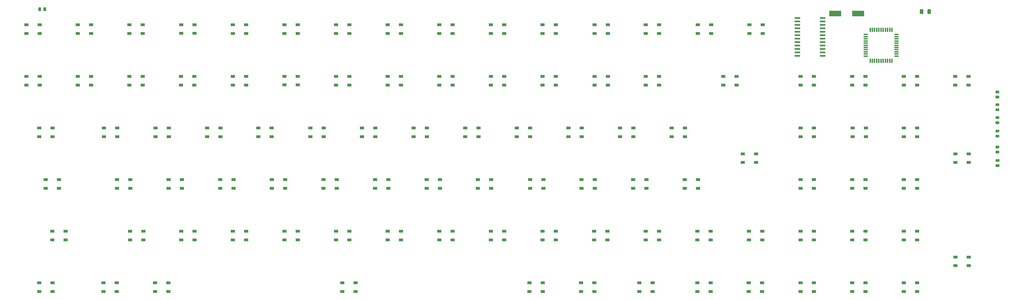
<source format=gbr>
G04 #@! TF.GenerationSoftware,KiCad,Pcbnew,(5.1.4)-1*
G04 #@! TF.CreationDate,2023-02-02T16:14:58+01:00*
G04 #@! TF.ProjectId,pcb,7063622e-6b69-4636-9164-5f7063625858,1.0*
G04 #@! TF.SameCoordinates,Original*
G04 #@! TF.FileFunction,Paste,Top*
G04 #@! TF.FilePolarity,Positive*
%FSLAX46Y46*%
G04 Gerber Fmt 4.6, Leading zero omitted, Abs format (unit mm)*
G04 Created by KiCad (PCBNEW (5.1.4)-1) date 2023-02-02 16:14:58*
%MOMM*%
%LPD*%
G04 APERTURE LIST*
%ADD10R,1.500000X0.550000*%
%ADD11R,0.550000X1.500000*%
%ADD12R,1.500000X1.000000*%
%ADD13C,0.100000*%
%ADD14C,0.975000*%
%ADD15R,4.500000X2.000000*%
%ADD16C,0.600000*%
%ADD17C,1.250000*%
G04 APERTURE END LIST*
D10*
X354950000Y-139382000D03*
X354950000Y-138582000D03*
X354950000Y-137782000D03*
X354950000Y-136982000D03*
X354950000Y-136182000D03*
X354950000Y-135382000D03*
X354950000Y-134582000D03*
X354950000Y-133782000D03*
X354950000Y-132982000D03*
X354950000Y-132182000D03*
X354950000Y-131382000D03*
D11*
X353250000Y-129682000D03*
X352450000Y-129682000D03*
X351650000Y-129682000D03*
X350850000Y-129682000D03*
X350050000Y-129682000D03*
X349250000Y-129682000D03*
X348450000Y-129682000D03*
X347650000Y-129682000D03*
X346850000Y-129682000D03*
X346050000Y-129682000D03*
X345250000Y-129682000D03*
D10*
X343550000Y-131382000D03*
X343550000Y-132182000D03*
X343550000Y-132982000D03*
X343550000Y-133782000D03*
X343550000Y-134582000D03*
X343550000Y-135382000D03*
X343550000Y-136182000D03*
X343550000Y-136982000D03*
X343550000Y-137782000D03*
X343550000Y-138582000D03*
X343550000Y-139382000D03*
D11*
X345250000Y-141082000D03*
X346050000Y-141082000D03*
X346850000Y-141082000D03*
X347650000Y-141082000D03*
X348450000Y-141082000D03*
X349250000Y-141082000D03*
X350050000Y-141082000D03*
X350850000Y-141082000D03*
X351650000Y-141082000D03*
X352450000Y-141082000D03*
X353250000Y-141082000D03*
D12*
X162534000Y-169113000D03*
X162534000Y-165913000D03*
X157634000Y-169113000D03*
X157634000Y-165913000D03*
X381482000Y-150063000D03*
X381482000Y-146863000D03*
X376582000Y-150063000D03*
X376582000Y-146863000D03*
X219684000Y-169113000D03*
X219684000Y-165913000D03*
X214784000Y-169113000D03*
X214784000Y-165913000D03*
X143484000Y-169113000D03*
X143484000Y-165913000D03*
X138584000Y-169113000D03*
X138584000Y-165913000D03*
X86333500Y-169113000D03*
X86333500Y-165913000D03*
X81433500Y-169113000D03*
X81433500Y-165913000D03*
X200634000Y-169113000D03*
X200634000Y-165913000D03*
X195734000Y-169113000D03*
X195734000Y-165913000D03*
X257784000Y-169113000D03*
X257784000Y-165913000D03*
X252884000Y-169113000D03*
X252884000Y-165913000D03*
X43407500Y-169113000D03*
X43407500Y-165913000D03*
X38507500Y-169113000D03*
X38507500Y-165913000D03*
X105384000Y-169113000D03*
X105384000Y-165913000D03*
X100484000Y-169113000D03*
X100484000Y-165913000D03*
X181584000Y-169113000D03*
X181584000Y-165913000D03*
X176684000Y-169113000D03*
X176684000Y-165913000D03*
X295884000Y-150063000D03*
X295884000Y-146863000D03*
X290984000Y-150063000D03*
X290984000Y-146863000D03*
X324458000Y-150063000D03*
X324458000Y-146863000D03*
X319558000Y-150063000D03*
X319558000Y-146863000D03*
X362558000Y-150063000D03*
X362558000Y-146863000D03*
X357658000Y-150063000D03*
X357658000Y-146863000D03*
X67283500Y-169113000D03*
X67283500Y-165913000D03*
X62383500Y-169113000D03*
X62383500Y-165913000D03*
X276834000Y-169113000D03*
X276834000Y-165913000D03*
X271934000Y-169113000D03*
X271934000Y-165913000D03*
X124306000Y-169113000D03*
X124306000Y-165913000D03*
X119406000Y-169113000D03*
X119406000Y-165913000D03*
X303122000Y-178638000D03*
X303122000Y-175438000D03*
X298222000Y-178638000D03*
X298222000Y-175438000D03*
X343508000Y-150063000D03*
X343508000Y-146863000D03*
X338608000Y-150063000D03*
X338608000Y-146863000D03*
X238734000Y-169113000D03*
X238734000Y-165913000D03*
X233834000Y-169113000D03*
X233834000Y-165913000D03*
X357658000Y-223063000D03*
X357658000Y-226263000D03*
X362558000Y-223063000D03*
X362558000Y-226263000D03*
X362558000Y-169113000D03*
X362558000Y-165913000D03*
X357658000Y-169113000D03*
X357658000Y-165913000D03*
X45820500Y-188163000D03*
X45820500Y-184963000D03*
X40920500Y-188163000D03*
X40920500Y-184963000D03*
X243560000Y-188163000D03*
X243560000Y-184963000D03*
X238660000Y-188163000D03*
X238660000Y-184963000D03*
X381608000Y-178638000D03*
X381608000Y-175438000D03*
X376708000Y-178638000D03*
X376708000Y-175438000D03*
X343636000Y-169113000D03*
X343636000Y-165913000D03*
X338736000Y-169113000D03*
X338736000Y-165913000D03*
X72109500Y-188163000D03*
X72109500Y-184963000D03*
X67209500Y-188163000D03*
X67209500Y-184963000D03*
X148310000Y-188163000D03*
X148310000Y-184963000D03*
X143410000Y-188163000D03*
X143410000Y-184963000D03*
X205332000Y-188163000D03*
X205332000Y-184963000D03*
X200432000Y-188163000D03*
X200432000Y-184963000D03*
X262610000Y-188163000D03*
X262610000Y-184963000D03*
X257710000Y-188163000D03*
X257710000Y-184963000D03*
X324458000Y-169113000D03*
X324458000Y-165913000D03*
X319558000Y-169113000D03*
X319558000Y-165913000D03*
X129260000Y-188163000D03*
X129260000Y-184963000D03*
X124360000Y-188163000D03*
X124360000Y-184963000D03*
X186410000Y-188163000D03*
X186410000Y-184963000D03*
X181510000Y-188163000D03*
X181510000Y-184963000D03*
X224636000Y-188163000D03*
X224636000Y-184963000D03*
X219736000Y-188163000D03*
X219736000Y-184963000D03*
X91159500Y-188163000D03*
X91159500Y-184963000D03*
X86259500Y-188163000D03*
X86259500Y-184963000D03*
X167360000Y-188163000D03*
X167360000Y-184963000D03*
X162460000Y-188163000D03*
X162460000Y-184963000D03*
X110210000Y-188163000D03*
X110210000Y-184963000D03*
X105310000Y-188163000D03*
X105310000Y-184963000D03*
X133958000Y-131013000D03*
X133958000Y-127813000D03*
X129058000Y-131013000D03*
X129058000Y-127813000D03*
X38708500Y-131013000D03*
X38708500Y-127813000D03*
X33808500Y-131013000D03*
X33808500Y-127813000D03*
X114908000Y-131013000D03*
X114908000Y-127813000D03*
X110008000Y-131013000D03*
X110008000Y-127813000D03*
X172058000Y-131013000D03*
X172058000Y-127813000D03*
X167158000Y-131013000D03*
X167158000Y-127813000D03*
X76681500Y-131013000D03*
X76681500Y-127813000D03*
X71781500Y-131013000D03*
X71781500Y-127813000D03*
X57631500Y-131013000D03*
X57631500Y-127813000D03*
X52731500Y-131013000D03*
X52731500Y-127813000D03*
X95821500Y-130962000D03*
X95821500Y-127762000D03*
X90921500Y-130962000D03*
X90921500Y-127762000D03*
X153008000Y-131013000D03*
X153008000Y-127813000D03*
X148108000Y-131013000D03*
X148108000Y-127813000D03*
X133922000Y-150012000D03*
X133922000Y-146812000D03*
X129022000Y-150012000D03*
X129022000Y-146812000D03*
X172058000Y-150063000D03*
X172058000Y-146863000D03*
X167158000Y-150063000D03*
X167158000Y-146863000D03*
X305536000Y-131013000D03*
X305536000Y-127813000D03*
X300636000Y-131013000D03*
X300636000Y-127813000D03*
X57631500Y-150063000D03*
X57631500Y-146863000D03*
X52731500Y-150063000D03*
X52731500Y-146863000D03*
X248386000Y-131013000D03*
X248386000Y-127813000D03*
X243486000Y-131013000D03*
X243486000Y-127813000D03*
X267308000Y-131013000D03*
X267308000Y-127813000D03*
X262408000Y-131013000D03*
X262408000Y-127813000D03*
X191108000Y-150063000D03*
X191108000Y-146863000D03*
X186208000Y-150063000D03*
X186208000Y-146863000D03*
X248386000Y-150063000D03*
X248386000Y-146863000D03*
X243486000Y-150063000D03*
X243486000Y-146863000D03*
X267308000Y-150063000D03*
X267308000Y-146863000D03*
X262408000Y-150063000D03*
X262408000Y-146863000D03*
X191108000Y-131013000D03*
X191108000Y-127813000D03*
X186208000Y-131013000D03*
X186208000Y-127813000D03*
X210158000Y-131013000D03*
X210158000Y-127813000D03*
X205258000Y-131013000D03*
X205258000Y-127813000D03*
X95731500Y-150063000D03*
X95731500Y-146863000D03*
X90831500Y-150063000D03*
X90831500Y-146863000D03*
X286486000Y-131013000D03*
X286486000Y-127813000D03*
X281586000Y-131013000D03*
X281586000Y-127813000D03*
X229208000Y-150063000D03*
X229208000Y-146863000D03*
X224308000Y-150063000D03*
X224308000Y-146863000D03*
X210158000Y-150063000D03*
X210158000Y-146863000D03*
X205258000Y-150063000D03*
X205258000Y-146863000D03*
X114908000Y-150063000D03*
X114908000Y-146863000D03*
X110008000Y-150063000D03*
X110008000Y-146863000D03*
X153008000Y-150063000D03*
X153008000Y-146863000D03*
X148108000Y-150063000D03*
X148108000Y-146863000D03*
X76681500Y-150063000D03*
X76681500Y-146863000D03*
X71781500Y-150063000D03*
X71781500Y-146863000D03*
X38708500Y-150063000D03*
X38708500Y-146863000D03*
X33808500Y-150063000D03*
X33808500Y-146863000D03*
X229208000Y-131013000D03*
X229208000Y-127813000D03*
X224308000Y-131013000D03*
X224308000Y-127813000D03*
D13*
G36*
X392656142Y-158693174D02*
G01*
X392679803Y-158696684D01*
X392703007Y-158702496D01*
X392725529Y-158710554D01*
X392747153Y-158720782D01*
X392767670Y-158733079D01*
X392786883Y-158747329D01*
X392804607Y-158763393D01*
X392820671Y-158781117D01*
X392834921Y-158800330D01*
X392847218Y-158820847D01*
X392857446Y-158842471D01*
X392865504Y-158864993D01*
X392871316Y-158888197D01*
X392874826Y-158911858D01*
X392876000Y-158935750D01*
X392876000Y-159423250D01*
X392874826Y-159447142D01*
X392871316Y-159470803D01*
X392865504Y-159494007D01*
X392857446Y-159516529D01*
X392847218Y-159538153D01*
X392834921Y-159558670D01*
X392820671Y-159577883D01*
X392804607Y-159595607D01*
X392786883Y-159611671D01*
X392767670Y-159625921D01*
X392747153Y-159638218D01*
X392725529Y-159648446D01*
X392703007Y-159656504D01*
X392679803Y-159662316D01*
X392656142Y-159665826D01*
X392632250Y-159667000D01*
X391719750Y-159667000D01*
X391695858Y-159665826D01*
X391672197Y-159662316D01*
X391648993Y-159656504D01*
X391626471Y-159648446D01*
X391604847Y-159638218D01*
X391584330Y-159625921D01*
X391565117Y-159611671D01*
X391547393Y-159595607D01*
X391531329Y-159577883D01*
X391517079Y-159558670D01*
X391504782Y-159538153D01*
X391494554Y-159516529D01*
X391486496Y-159494007D01*
X391480684Y-159470803D01*
X391477174Y-159447142D01*
X391476000Y-159423250D01*
X391476000Y-158935750D01*
X391477174Y-158911858D01*
X391480684Y-158888197D01*
X391486496Y-158864993D01*
X391494554Y-158842471D01*
X391504782Y-158820847D01*
X391517079Y-158800330D01*
X391531329Y-158781117D01*
X391547393Y-158763393D01*
X391565117Y-158747329D01*
X391584330Y-158733079D01*
X391604847Y-158720782D01*
X391626471Y-158710554D01*
X391648993Y-158702496D01*
X391672197Y-158696684D01*
X391695858Y-158693174D01*
X391719750Y-158692000D01*
X392632250Y-158692000D01*
X392656142Y-158693174D01*
X392656142Y-158693174D01*
G37*
D14*
X392176000Y-159179500D03*
D13*
G36*
X392656142Y-156818174D02*
G01*
X392679803Y-156821684D01*
X392703007Y-156827496D01*
X392725529Y-156835554D01*
X392747153Y-156845782D01*
X392767670Y-156858079D01*
X392786883Y-156872329D01*
X392804607Y-156888393D01*
X392820671Y-156906117D01*
X392834921Y-156925330D01*
X392847218Y-156945847D01*
X392857446Y-156967471D01*
X392865504Y-156989993D01*
X392871316Y-157013197D01*
X392874826Y-157036858D01*
X392876000Y-157060750D01*
X392876000Y-157548250D01*
X392874826Y-157572142D01*
X392871316Y-157595803D01*
X392865504Y-157619007D01*
X392857446Y-157641529D01*
X392847218Y-157663153D01*
X392834921Y-157683670D01*
X392820671Y-157702883D01*
X392804607Y-157720607D01*
X392786883Y-157736671D01*
X392767670Y-157750921D01*
X392747153Y-157763218D01*
X392725529Y-157773446D01*
X392703007Y-157781504D01*
X392679803Y-157787316D01*
X392656142Y-157790826D01*
X392632250Y-157792000D01*
X391719750Y-157792000D01*
X391695858Y-157790826D01*
X391672197Y-157787316D01*
X391648993Y-157781504D01*
X391626471Y-157773446D01*
X391604847Y-157763218D01*
X391584330Y-157750921D01*
X391565117Y-157736671D01*
X391547393Y-157720607D01*
X391531329Y-157702883D01*
X391517079Y-157683670D01*
X391504782Y-157663153D01*
X391494554Y-157641529D01*
X391486496Y-157619007D01*
X391480684Y-157595803D01*
X391477174Y-157572142D01*
X391476000Y-157548250D01*
X391476000Y-157060750D01*
X391477174Y-157036858D01*
X391480684Y-157013197D01*
X391486496Y-156989993D01*
X391494554Y-156967471D01*
X391504782Y-156945847D01*
X391517079Y-156925330D01*
X391531329Y-156906117D01*
X391547393Y-156888393D01*
X391565117Y-156872329D01*
X391584330Y-156858079D01*
X391604847Y-156845782D01*
X391626471Y-156835554D01*
X391648993Y-156827496D01*
X391672197Y-156821684D01*
X391695858Y-156818174D01*
X391719750Y-156817000D01*
X392632250Y-156817000D01*
X392656142Y-156818174D01*
X392656142Y-156818174D01*
G37*
D14*
X392176000Y-157304500D03*
D13*
G36*
X392656142Y-174299174D02*
G01*
X392679803Y-174302684D01*
X392703007Y-174308496D01*
X392725529Y-174316554D01*
X392747153Y-174326782D01*
X392767670Y-174339079D01*
X392786883Y-174353329D01*
X392804607Y-174369393D01*
X392820671Y-174387117D01*
X392834921Y-174406330D01*
X392847218Y-174426847D01*
X392857446Y-174448471D01*
X392865504Y-174470993D01*
X392871316Y-174494197D01*
X392874826Y-174517858D01*
X392876000Y-174541750D01*
X392876000Y-175029250D01*
X392874826Y-175053142D01*
X392871316Y-175076803D01*
X392865504Y-175100007D01*
X392857446Y-175122529D01*
X392847218Y-175144153D01*
X392834921Y-175164670D01*
X392820671Y-175183883D01*
X392804607Y-175201607D01*
X392786883Y-175217671D01*
X392767670Y-175231921D01*
X392747153Y-175244218D01*
X392725529Y-175254446D01*
X392703007Y-175262504D01*
X392679803Y-175268316D01*
X392656142Y-175271826D01*
X392632250Y-175273000D01*
X391719750Y-175273000D01*
X391695858Y-175271826D01*
X391672197Y-175268316D01*
X391648993Y-175262504D01*
X391626471Y-175254446D01*
X391604847Y-175244218D01*
X391584330Y-175231921D01*
X391565117Y-175217671D01*
X391547393Y-175201607D01*
X391531329Y-175183883D01*
X391517079Y-175164670D01*
X391504782Y-175144153D01*
X391494554Y-175122529D01*
X391486496Y-175100007D01*
X391480684Y-175076803D01*
X391477174Y-175053142D01*
X391476000Y-175029250D01*
X391476000Y-174541750D01*
X391477174Y-174517858D01*
X391480684Y-174494197D01*
X391486496Y-174470993D01*
X391494554Y-174448471D01*
X391504782Y-174426847D01*
X391517079Y-174406330D01*
X391531329Y-174387117D01*
X391547393Y-174369393D01*
X391565117Y-174353329D01*
X391584330Y-174339079D01*
X391604847Y-174326782D01*
X391626471Y-174316554D01*
X391648993Y-174308496D01*
X391672197Y-174302684D01*
X391695858Y-174299174D01*
X391719750Y-174298000D01*
X392632250Y-174298000D01*
X392656142Y-174299174D01*
X392656142Y-174299174D01*
G37*
D14*
X392176000Y-174785500D03*
D13*
G36*
X392656142Y-172424174D02*
G01*
X392679803Y-172427684D01*
X392703007Y-172433496D01*
X392725529Y-172441554D01*
X392747153Y-172451782D01*
X392767670Y-172464079D01*
X392786883Y-172478329D01*
X392804607Y-172494393D01*
X392820671Y-172512117D01*
X392834921Y-172531330D01*
X392847218Y-172551847D01*
X392857446Y-172573471D01*
X392865504Y-172595993D01*
X392871316Y-172619197D01*
X392874826Y-172642858D01*
X392876000Y-172666750D01*
X392876000Y-173154250D01*
X392874826Y-173178142D01*
X392871316Y-173201803D01*
X392865504Y-173225007D01*
X392857446Y-173247529D01*
X392847218Y-173269153D01*
X392834921Y-173289670D01*
X392820671Y-173308883D01*
X392804607Y-173326607D01*
X392786883Y-173342671D01*
X392767670Y-173356921D01*
X392747153Y-173369218D01*
X392725529Y-173379446D01*
X392703007Y-173387504D01*
X392679803Y-173393316D01*
X392656142Y-173396826D01*
X392632250Y-173398000D01*
X391719750Y-173398000D01*
X391695858Y-173396826D01*
X391672197Y-173393316D01*
X391648993Y-173387504D01*
X391626471Y-173379446D01*
X391604847Y-173369218D01*
X391584330Y-173356921D01*
X391565117Y-173342671D01*
X391547393Y-173326607D01*
X391531329Y-173308883D01*
X391517079Y-173289670D01*
X391504782Y-173269153D01*
X391494554Y-173247529D01*
X391486496Y-173225007D01*
X391480684Y-173201803D01*
X391477174Y-173178142D01*
X391476000Y-173154250D01*
X391476000Y-172666750D01*
X391477174Y-172642858D01*
X391480684Y-172619197D01*
X391486496Y-172595993D01*
X391494554Y-172573471D01*
X391504782Y-172551847D01*
X391517079Y-172531330D01*
X391531329Y-172512117D01*
X391547393Y-172494393D01*
X391565117Y-172478329D01*
X391584330Y-172464079D01*
X391604847Y-172451782D01*
X391626471Y-172441554D01*
X391648993Y-172433496D01*
X391672197Y-172427684D01*
X391695858Y-172424174D01*
X391719750Y-172423000D01*
X392632250Y-172423000D01*
X392656142Y-172424174D01*
X392656142Y-172424174D01*
G37*
D14*
X392176000Y-172910500D03*
D13*
G36*
X392656142Y-168423174D02*
G01*
X392679803Y-168426684D01*
X392703007Y-168432496D01*
X392725529Y-168440554D01*
X392747153Y-168450782D01*
X392767670Y-168463079D01*
X392786883Y-168477329D01*
X392804607Y-168493393D01*
X392820671Y-168511117D01*
X392834921Y-168530330D01*
X392847218Y-168550847D01*
X392857446Y-168572471D01*
X392865504Y-168594993D01*
X392871316Y-168618197D01*
X392874826Y-168641858D01*
X392876000Y-168665750D01*
X392876000Y-169153250D01*
X392874826Y-169177142D01*
X392871316Y-169200803D01*
X392865504Y-169224007D01*
X392857446Y-169246529D01*
X392847218Y-169268153D01*
X392834921Y-169288670D01*
X392820671Y-169307883D01*
X392804607Y-169325607D01*
X392786883Y-169341671D01*
X392767670Y-169355921D01*
X392747153Y-169368218D01*
X392725529Y-169378446D01*
X392703007Y-169386504D01*
X392679803Y-169392316D01*
X392656142Y-169395826D01*
X392632250Y-169397000D01*
X391719750Y-169397000D01*
X391695858Y-169395826D01*
X391672197Y-169392316D01*
X391648993Y-169386504D01*
X391626471Y-169378446D01*
X391604847Y-169368218D01*
X391584330Y-169355921D01*
X391565117Y-169341671D01*
X391547393Y-169325607D01*
X391531329Y-169307883D01*
X391517079Y-169288670D01*
X391504782Y-169268153D01*
X391494554Y-169246529D01*
X391486496Y-169224007D01*
X391480684Y-169200803D01*
X391477174Y-169177142D01*
X391476000Y-169153250D01*
X391476000Y-168665750D01*
X391477174Y-168641858D01*
X391480684Y-168618197D01*
X391486496Y-168594993D01*
X391494554Y-168572471D01*
X391504782Y-168550847D01*
X391517079Y-168530330D01*
X391531329Y-168511117D01*
X391547393Y-168493393D01*
X391565117Y-168477329D01*
X391584330Y-168463079D01*
X391604847Y-168450782D01*
X391626471Y-168440554D01*
X391648993Y-168432496D01*
X391672197Y-168426684D01*
X391695858Y-168423174D01*
X391719750Y-168422000D01*
X392632250Y-168422000D01*
X392656142Y-168423174D01*
X392656142Y-168423174D01*
G37*
D14*
X392176000Y-168909500D03*
D13*
G36*
X392656142Y-166548174D02*
G01*
X392679803Y-166551684D01*
X392703007Y-166557496D01*
X392725529Y-166565554D01*
X392747153Y-166575782D01*
X392767670Y-166588079D01*
X392786883Y-166602329D01*
X392804607Y-166618393D01*
X392820671Y-166636117D01*
X392834921Y-166655330D01*
X392847218Y-166675847D01*
X392857446Y-166697471D01*
X392865504Y-166719993D01*
X392871316Y-166743197D01*
X392874826Y-166766858D01*
X392876000Y-166790750D01*
X392876000Y-167278250D01*
X392874826Y-167302142D01*
X392871316Y-167325803D01*
X392865504Y-167349007D01*
X392857446Y-167371529D01*
X392847218Y-167393153D01*
X392834921Y-167413670D01*
X392820671Y-167432883D01*
X392804607Y-167450607D01*
X392786883Y-167466671D01*
X392767670Y-167480921D01*
X392747153Y-167493218D01*
X392725529Y-167503446D01*
X392703007Y-167511504D01*
X392679803Y-167517316D01*
X392656142Y-167520826D01*
X392632250Y-167522000D01*
X391719750Y-167522000D01*
X391695858Y-167520826D01*
X391672197Y-167517316D01*
X391648993Y-167511504D01*
X391626471Y-167503446D01*
X391604847Y-167493218D01*
X391584330Y-167480921D01*
X391565117Y-167466671D01*
X391547393Y-167450607D01*
X391531329Y-167432883D01*
X391517079Y-167413670D01*
X391504782Y-167393153D01*
X391494554Y-167371529D01*
X391486496Y-167349007D01*
X391480684Y-167325803D01*
X391477174Y-167302142D01*
X391476000Y-167278250D01*
X391476000Y-166790750D01*
X391477174Y-166766858D01*
X391480684Y-166743197D01*
X391486496Y-166719993D01*
X391494554Y-166697471D01*
X391504782Y-166675847D01*
X391517079Y-166655330D01*
X391531329Y-166636117D01*
X391547393Y-166618393D01*
X391565117Y-166602329D01*
X391584330Y-166588079D01*
X391604847Y-166575782D01*
X391626471Y-166565554D01*
X391648993Y-166557496D01*
X391672197Y-166551684D01*
X391695858Y-166548174D01*
X391719750Y-166547000D01*
X392632250Y-166547000D01*
X392656142Y-166548174D01*
X392656142Y-166548174D01*
G37*
D14*
X392176000Y-167034500D03*
D15*
X340800000Y-123634000D03*
X332300000Y-123634000D03*
D13*
G36*
X328563703Y-138955722D02*
G01*
X328578264Y-138957882D01*
X328592543Y-138961459D01*
X328606403Y-138966418D01*
X328619710Y-138972712D01*
X328632336Y-138980280D01*
X328644159Y-138989048D01*
X328655066Y-138998934D01*
X328664952Y-139009841D01*
X328673720Y-139021664D01*
X328681288Y-139034290D01*
X328687582Y-139047597D01*
X328692541Y-139061457D01*
X328696118Y-139075736D01*
X328698278Y-139090297D01*
X328699000Y-139105000D01*
X328699000Y-139405000D01*
X328698278Y-139419703D01*
X328696118Y-139434264D01*
X328692541Y-139448543D01*
X328687582Y-139462403D01*
X328681288Y-139475710D01*
X328673720Y-139488336D01*
X328664952Y-139500159D01*
X328655066Y-139511066D01*
X328644159Y-139520952D01*
X328632336Y-139529720D01*
X328619710Y-139537288D01*
X328606403Y-139543582D01*
X328592543Y-139548541D01*
X328578264Y-139552118D01*
X328563703Y-139554278D01*
X328549000Y-139555000D01*
X326799000Y-139555000D01*
X326784297Y-139554278D01*
X326769736Y-139552118D01*
X326755457Y-139548541D01*
X326741597Y-139543582D01*
X326728290Y-139537288D01*
X326715664Y-139529720D01*
X326703841Y-139520952D01*
X326692934Y-139511066D01*
X326683048Y-139500159D01*
X326674280Y-139488336D01*
X326666712Y-139475710D01*
X326660418Y-139462403D01*
X326655459Y-139448543D01*
X326651882Y-139434264D01*
X326649722Y-139419703D01*
X326649000Y-139405000D01*
X326649000Y-139105000D01*
X326649722Y-139090297D01*
X326651882Y-139075736D01*
X326655459Y-139061457D01*
X326660418Y-139047597D01*
X326666712Y-139034290D01*
X326674280Y-139021664D01*
X326683048Y-139009841D01*
X326692934Y-138998934D01*
X326703841Y-138989048D01*
X326715664Y-138980280D01*
X326728290Y-138972712D01*
X326741597Y-138966418D01*
X326755457Y-138961459D01*
X326769736Y-138957882D01*
X326784297Y-138955722D01*
X326799000Y-138955000D01*
X328549000Y-138955000D01*
X328563703Y-138955722D01*
X328563703Y-138955722D01*
G37*
D16*
X327674000Y-139255000D03*
D13*
G36*
X328563703Y-137685722D02*
G01*
X328578264Y-137687882D01*
X328592543Y-137691459D01*
X328606403Y-137696418D01*
X328619710Y-137702712D01*
X328632336Y-137710280D01*
X328644159Y-137719048D01*
X328655066Y-137728934D01*
X328664952Y-137739841D01*
X328673720Y-137751664D01*
X328681288Y-137764290D01*
X328687582Y-137777597D01*
X328692541Y-137791457D01*
X328696118Y-137805736D01*
X328698278Y-137820297D01*
X328699000Y-137835000D01*
X328699000Y-138135000D01*
X328698278Y-138149703D01*
X328696118Y-138164264D01*
X328692541Y-138178543D01*
X328687582Y-138192403D01*
X328681288Y-138205710D01*
X328673720Y-138218336D01*
X328664952Y-138230159D01*
X328655066Y-138241066D01*
X328644159Y-138250952D01*
X328632336Y-138259720D01*
X328619710Y-138267288D01*
X328606403Y-138273582D01*
X328592543Y-138278541D01*
X328578264Y-138282118D01*
X328563703Y-138284278D01*
X328549000Y-138285000D01*
X326799000Y-138285000D01*
X326784297Y-138284278D01*
X326769736Y-138282118D01*
X326755457Y-138278541D01*
X326741597Y-138273582D01*
X326728290Y-138267288D01*
X326715664Y-138259720D01*
X326703841Y-138250952D01*
X326692934Y-138241066D01*
X326683048Y-138230159D01*
X326674280Y-138218336D01*
X326666712Y-138205710D01*
X326660418Y-138192403D01*
X326655459Y-138178543D01*
X326651882Y-138164264D01*
X326649722Y-138149703D01*
X326649000Y-138135000D01*
X326649000Y-137835000D01*
X326649722Y-137820297D01*
X326651882Y-137805736D01*
X326655459Y-137791457D01*
X326660418Y-137777597D01*
X326666712Y-137764290D01*
X326674280Y-137751664D01*
X326683048Y-137739841D01*
X326692934Y-137728934D01*
X326703841Y-137719048D01*
X326715664Y-137710280D01*
X326728290Y-137702712D01*
X326741597Y-137696418D01*
X326755457Y-137691459D01*
X326769736Y-137687882D01*
X326784297Y-137685722D01*
X326799000Y-137685000D01*
X328549000Y-137685000D01*
X328563703Y-137685722D01*
X328563703Y-137685722D01*
G37*
D16*
X327674000Y-137985000D03*
D13*
G36*
X328563703Y-136415722D02*
G01*
X328578264Y-136417882D01*
X328592543Y-136421459D01*
X328606403Y-136426418D01*
X328619710Y-136432712D01*
X328632336Y-136440280D01*
X328644159Y-136449048D01*
X328655066Y-136458934D01*
X328664952Y-136469841D01*
X328673720Y-136481664D01*
X328681288Y-136494290D01*
X328687582Y-136507597D01*
X328692541Y-136521457D01*
X328696118Y-136535736D01*
X328698278Y-136550297D01*
X328699000Y-136565000D01*
X328699000Y-136865000D01*
X328698278Y-136879703D01*
X328696118Y-136894264D01*
X328692541Y-136908543D01*
X328687582Y-136922403D01*
X328681288Y-136935710D01*
X328673720Y-136948336D01*
X328664952Y-136960159D01*
X328655066Y-136971066D01*
X328644159Y-136980952D01*
X328632336Y-136989720D01*
X328619710Y-136997288D01*
X328606403Y-137003582D01*
X328592543Y-137008541D01*
X328578264Y-137012118D01*
X328563703Y-137014278D01*
X328549000Y-137015000D01*
X326799000Y-137015000D01*
X326784297Y-137014278D01*
X326769736Y-137012118D01*
X326755457Y-137008541D01*
X326741597Y-137003582D01*
X326728290Y-136997288D01*
X326715664Y-136989720D01*
X326703841Y-136980952D01*
X326692934Y-136971066D01*
X326683048Y-136960159D01*
X326674280Y-136948336D01*
X326666712Y-136935710D01*
X326660418Y-136922403D01*
X326655459Y-136908543D01*
X326651882Y-136894264D01*
X326649722Y-136879703D01*
X326649000Y-136865000D01*
X326649000Y-136565000D01*
X326649722Y-136550297D01*
X326651882Y-136535736D01*
X326655459Y-136521457D01*
X326660418Y-136507597D01*
X326666712Y-136494290D01*
X326674280Y-136481664D01*
X326683048Y-136469841D01*
X326692934Y-136458934D01*
X326703841Y-136449048D01*
X326715664Y-136440280D01*
X326728290Y-136432712D01*
X326741597Y-136426418D01*
X326755457Y-136421459D01*
X326769736Y-136417882D01*
X326784297Y-136415722D01*
X326799000Y-136415000D01*
X328549000Y-136415000D01*
X328563703Y-136415722D01*
X328563703Y-136415722D01*
G37*
D16*
X327674000Y-136715000D03*
D13*
G36*
X328563703Y-135145722D02*
G01*
X328578264Y-135147882D01*
X328592543Y-135151459D01*
X328606403Y-135156418D01*
X328619710Y-135162712D01*
X328632336Y-135170280D01*
X328644159Y-135179048D01*
X328655066Y-135188934D01*
X328664952Y-135199841D01*
X328673720Y-135211664D01*
X328681288Y-135224290D01*
X328687582Y-135237597D01*
X328692541Y-135251457D01*
X328696118Y-135265736D01*
X328698278Y-135280297D01*
X328699000Y-135295000D01*
X328699000Y-135595000D01*
X328698278Y-135609703D01*
X328696118Y-135624264D01*
X328692541Y-135638543D01*
X328687582Y-135652403D01*
X328681288Y-135665710D01*
X328673720Y-135678336D01*
X328664952Y-135690159D01*
X328655066Y-135701066D01*
X328644159Y-135710952D01*
X328632336Y-135719720D01*
X328619710Y-135727288D01*
X328606403Y-135733582D01*
X328592543Y-135738541D01*
X328578264Y-135742118D01*
X328563703Y-135744278D01*
X328549000Y-135745000D01*
X326799000Y-135745000D01*
X326784297Y-135744278D01*
X326769736Y-135742118D01*
X326755457Y-135738541D01*
X326741597Y-135733582D01*
X326728290Y-135727288D01*
X326715664Y-135719720D01*
X326703841Y-135710952D01*
X326692934Y-135701066D01*
X326683048Y-135690159D01*
X326674280Y-135678336D01*
X326666712Y-135665710D01*
X326660418Y-135652403D01*
X326655459Y-135638543D01*
X326651882Y-135624264D01*
X326649722Y-135609703D01*
X326649000Y-135595000D01*
X326649000Y-135295000D01*
X326649722Y-135280297D01*
X326651882Y-135265736D01*
X326655459Y-135251457D01*
X326660418Y-135237597D01*
X326666712Y-135224290D01*
X326674280Y-135211664D01*
X326683048Y-135199841D01*
X326692934Y-135188934D01*
X326703841Y-135179048D01*
X326715664Y-135170280D01*
X326728290Y-135162712D01*
X326741597Y-135156418D01*
X326755457Y-135151459D01*
X326769736Y-135147882D01*
X326784297Y-135145722D01*
X326799000Y-135145000D01*
X328549000Y-135145000D01*
X328563703Y-135145722D01*
X328563703Y-135145722D01*
G37*
D16*
X327674000Y-135445000D03*
D13*
G36*
X328563703Y-133875722D02*
G01*
X328578264Y-133877882D01*
X328592543Y-133881459D01*
X328606403Y-133886418D01*
X328619710Y-133892712D01*
X328632336Y-133900280D01*
X328644159Y-133909048D01*
X328655066Y-133918934D01*
X328664952Y-133929841D01*
X328673720Y-133941664D01*
X328681288Y-133954290D01*
X328687582Y-133967597D01*
X328692541Y-133981457D01*
X328696118Y-133995736D01*
X328698278Y-134010297D01*
X328699000Y-134025000D01*
X328699000Y-134325000D01*
X328698278Y-134339703D01*
X328696118Y-134354264D01*
X328692541Y-134368543D01*
X328687582Y-134382403D01*
X328681288Y-134395710D01*
X328673720Y-134408336D01*
X328664952Y-134420159D01*
X328655066Y-134431066D01*
X328644159Y-134440952D01*
X328632336Y-134449720D01*
X328619710Y-134457288D01*
X328606403Y-134463582D01*
X328592543Y-134468541D01*
X328578264Y-134472118D01*
X328563703Y-134474278D01*
X328549000Y-134475000D01*
X326799000Y-134475000D01*
X326784297Y-134474278D01*
X326769736Y-134472118D01*
X326755457Y-134468541D01*
X326741597Y-134463582D01*
X326728290Y-134457288D01*
X326715664Y-134449720D01*
X326703841Y-134440952D01*
X326692934Y-134431066D01*
X326683048Y-134420159D01*
X326674280Y-134408336D01*
X326666712Y-134395710D01*
X326660418Y-134382403D01*
X326655459Y-134368543D01*
X326651882Y-134354264D01*
X326649722Y-134339703D01*
X326649000Y-134325000D01*
X326649000Y-134025000D01*
X326649722Y-134010297D01*
X326651882Y-133995736D01*
X326655459Y-133981457D01*
X326660418Y-133967597D01*
X326666712Y-133954290D01*
X326674280Y-133941664D01*
X326683048Y-133929841D01*
X326692934Y-133918934D01*
X326703841Y-133909048D01*
X326715664Y-133900280D01*
X326728290Y-133892712D01*
X326741597Y-133886418D01*
X326755457Y-133881459D01*
X326769736Y-133877882D01*
X326784297Y-133875722D01*
X326799000Y-133875000D01*
X328549000Y-133875000D01*
X328563703Y-133875722D01*
X328563703Y-133875722D01*
G37*
D16*
X327674000Y-134175000D03*
D13*
G36*
X328563703Y-132605722D02*
G01*
X328578264Y-132607882D01*
X328592543Y-132611459D01*
X328606403Y-132616418D01*
X328619710Y-132622712D01*
X328632336Y-132630280D01*
X328644159Y-132639048D01*
X328655066Y-132648934D01*
X328664952Y-132659841D01*
X328673720Y-132671664D01*
X328681288Y-132684290D01*
X328687582Y-132697597D01*
X328692541Y-132711457D01*
X328696118Y-132725736D01*
X328698278Y-132740297D01*
X328699000Y-132755000D01*
X328699000Y-133055000D01*
X328698278Y-133069703D01*
X328696118Y-133084264D01*
X328692541Y-133098543D01*
X328687582Y-133112403D01*
X328681288Y-133125710D01*
X328673720Y-133138336D01*
X328664952Y-133150159D01*
X328655066Y-133161066D01*
X328644159Y-133170952D01*
X328632336Y-133179720D01*
X328619710Y-133187288D01*
X328606403Y-133193582D01*
X328592543Y-133198541D01*
X328578264Y-133202118D01*
X328563703Y-133204278D01*
X328549000Y-133205000D01*
X326799000Y-133205000D01*
X326784297Y-133204278D01*
X326769736Y-133202118D01*
X326755457Y-133198541D01*
X326741597Y-133193582D01*
X326728290Y-133187288D01*
X326715664Y-133179720D01*
X326703841Y-133170952D01*
X326692934Y-133161066D01*
X326683048Y-133150159D01*
X326674280Y-133138336D01*
X326666712Y-133125710D01*
X326660418Y-133112403D01*
X326655459Y-133098543D01*
X326651882Y-133084264D01*
X326649722Y-133069703D01*
X326649000Y-133055000D01*
X326649000Y-132755000D01*
X326649722Y-132740297D01*
X326651882Y-132725736D01*
X326655459Y-132711457D01*
X326660418Y-132697597D01*
X326666712Y-132684290D01*
X326674280Y-132671664D01*
X326683048Y-132659841D01*
X326692934Y-132648934D01*
X326703841Y-132639048D01*
X326715664Y-132630280D01*
X326728290Y-132622712D01*
X326741597Y-132616418D01*
X326755457Y-132611459D01*
X326769736Y-132607882D01*
X326784297Y-132605722D01*
X326799000Y-132605000D01*
X328549000Y-132605000D01*
X328563703Y-132605722D01*
X328563703Y-132605722D01*
G37*
D16*
X327674000Y-132905000D03*
D13*
G36*
X328563703Y-131335722D02*
G01*
X328578264Y-131337882D01*
X328592543Y-131341459D01*
X328606403Y-131346418D01*
X328619710Y-131352712D01*
X328632336Y-131360280D01*
X328644159Y-131369048D01*
X328655066Y-131378934D01*
X328664952Y-131389841D01*
X328673720Y-131401664D01*
X328681288Y-131414290D01*
X328687582Y-131427597D01*
X328692541Y-131441457D01*
X328696118Y-131455736D01*
X328698278Y-131470297D01*
X328699000Y-131485000D01*
X328699000Y-131785000D01*
X328698278Y-131799703D01*
X328696118Y-131814264D01*
X328692541Y-131828543D01*
X328687582Y-131842403D01*
X328681288Y-131855710D01*
X328673720Y-131868336D01*
X328664952Y-131880159D01*
X328655066Y-131891066D01*
X328644159Y-131900952D01*
X328632336Y-131909720D01*
X328619710Y-131917288D01*
X328606403Y-131923582D01*
X328592543Y-131928541D01*
X328578264Y-131932118D01*
X328563703Y-131934278D01*
X328549000Y-131935000D01*
X326799000Y-131935000D01*
X326784297Y-131934278D01*
X326769736Y-131932118D01*
X326755457Y-131928541D01*
X326741597Y-131923582D01*
X326728290Y-131917288D01*
X326715664Y-131909720D01*
X326703841Y-131900952D01*
X326692934Y-131891066D01*
X326683048Y-131880159D01*
X326674280Y-131868336D01*
X326666712Y-131855710D01*
X326660418Y-131842403D01*
X326655459Y-131828543D01*
X326651882Y-131814264D01*
X326649722Y-131799703D01*
X326649000Y-131785000D01*
X326649000Y-131485000D01*
X326649722Y-131470297D01*
X326651882Y-131455736D01*
X326655459Y-131441457D01*
X326660418Y-131427597D01*
X326666712Y-131414290D01*
X326674280Y-131401664D01*
X326683048Y-131389841D01*
X326692934Y-131378934D01*
X326703841Y-131369048D01*
X326715664Y-131360280D01*
X326728290Y-131352712D01*
X326741597Y-131346418D01*
X326755457Y-131341459D01*
X326769736Y-131337882D01*
X326784297Y-131335722D01*
X326799000Y-131335000D01*
X328549000Y-131335000D01*
X328563703Y-131335722D01*
X328563703Y-131335722D01*
G37*
D16*
X327674000Y-131635000D03*
D13*
G36*
X328563703Y-130065722D02*
G01*
X328578264Y-130067882D01*
X328592543Y-130071459D01*
X328606403Y-130076418D01*
X328619710Y-130082712D01*
X328632336Y-130090280D01*
X328644159Y-130099048D01*
X328655066Y-130108934D01*
X328664952Y-130119841D01*
X328673720Y-130131664D01*
X328681288Y-130144290D01*
X328687582Y-130157597D01*
X328692541Y-130171457D01*
X328696118Y-130185736D01*
X328698278Y-130200297D01*
X328699000Y-130215000D01*
X328699000Y-130515000D01*
X328698278Y-130529703D01*
X328696118Y-130544264D01*
X328692541Y-130558543D01*
X328687582Y-130572403D01*
X328681288Y-130585710D01*
X328673720Y-130598336D01*
X328664952Y-130610159D01*
X328655066Y-130621066D01*
X328644159Y-130630952D01*
X328632336Y-130639720D01*
X328619710Y-130647288D01*
X328606403Y-130653582D01*
X328592543Y-130658541D01*
X328578264Y-130662118D01*
X328563703Y-130664278D01*
X328549000Y-130665000D01*
X326799000Y-130665000D01*
X326784297Y-130664278D01*
X326769736Y-130662118D01*
X326755457Y-130658541D01*
X326741597Y-130653582D01*
X326728290Y-130647288D01*
X326715664Y-130639720D01*
X326703841Y-130630952D01*
X326692934Y-130621066D01*
X326683048Y-130610159D01*
X326674280Y-130598336D01*
X326666712Y-130585710D01*
X326660418Y-130572403D01*
X326655459Y-130558543D01*
X326651882Y-130544264D01*
X326649722Y-130529703D01*
X326649000Y-130515000D01*
X326649000Y-130215000D01*
X326649722Y-130200297D01*
X326651882Y-130185736D01*
X326655459Y-130171457D01*
X326660418Y-130157597D01*
X326666712Y-130144290D01*
X326674280Y-130131664D01*
X326683048Y-130119841D01*
X326692934Y-130108934D01*
X326703841Y-130099048D01*
X326715664Y-130090280D01*
X326728290Y-130082712D01*
X326741597Y-130076418D01*
X326755457Y-130071459D01*
X326769736Y-130067882D01*
X326784297Y-130065722D01*
X326799000Y-130065000D01*
X328549000Y-130065000D01*
X328563703Y-130065722D01*
X328563703Y-130065722D01*
G37*
D16*
X327674000Y-130365000D03*
D13*
G36*
X328563703Y-128795722D02*
G01*
X328578264Y-128797882D01*
X328592543Y-128801459D01*
X328606403Y-128806418D01*
X328619710Y-128812712D01*
X328632336Y-128820280D01*
X328644159Y-128829048D01*
X328655066Y-128838934D01*
X328664952Y-128849841D01*
X328673720Y-128861664D01*
X328681288Y-128874290D01*
X328687582Y-128887597D01*
X328692541Y-128901457D01*
X328696118Y-128915736D01*
X328698278Y-128930297D01*
X328699000Y-128945000D01*
X328699000Y-129245000D01*
X328698278Y-129259703D01*
X328696118Y-129274264D01*
X328692541Y-129288543D01*
X328687582Y-129302403D01*
X328681288Y-129315710D01*
X328673720Y-129328336D01*
X328664952Y-129340159D01*
X328655066Y-129351066D01*
X328644159Y-129360952D01*
X328632336Y-129369720D01*
X328619710Y-129377288D01*
X328606403Y-129383582D01*
X328592543Y-129388541D01*
X328578264Y-129392118D01*
X328563703Y-129394278D01*
X328549000Y-129395000D01*
X326799000Y-129395000D01*
X326784297Y-129394278D01*
X326769736Y-129392118D01*
X326755457Y-129388541D01*
X326741597Y-129383582D01*
X326728290Y-129377288D01*
X326715664Y-129369720D01*
X326703841Y-129360952D01*
X326692934Y-129351066D01*
X326683048Y-129340159D01*
X326674280Y-129328336D01*
X326666712Y-129315710D01*
X326660418Y-129302403D01*
X326655459Y-129288543D01*
X326651882Y-129274264D01*
X326649722Y-129259703D01*
X326649000Y-129245000D01*
X326649000Y-128945000D01*
X326649722Y-128930297D01*
X326651882Y-128915736D01*
X326655459Y-128901457D01*
X326660418Y-128887597D01*
X326666712Y-128874290D01*
X326674280Y-128861664D01*
X326683048Y-128849841D01*
X326692934Y-128838934D01*
X326703841Y-128829048D01*
X326715664Y-128820280D01*
X326728290Y-128812712D01*
X326741597Y-128806418D01*
X326755457Y-128801459D01*
X326769736Y-128797882D01*
X326784297Y-128795722D01*
X326799000Y-128795000D01*
X328549000Y-128795000D01*
X328563703Y-128795722D01*
X328563703Y-128795722D01*
G37*
D16*
X327674000Y-129095000D03*
D13*
G36*
X328563703Y-127525722D02*
G01*
X328578264Y-127527882D01*
X328592543Y-127531459D01*
X328606403Y-127536418D01*
X328619710Y-127542712D01*
X328632336Y-127550280D01*
X328644159Y-127559048D01*
X328655066Y-127568934D01*
X328664952Y-127579841D01*
X328673720Y-127591664D01*
X328681288Y-127604290D01*
X328687582Y-127617597D01*
X328692541Y-127631457D01*
X328696118Y-127645736D01*
X328698278Y-127660297D01*
X328699000Y-127675000D01*
X328699000Y-127975000D01*
X328698278Y-127989703D01*
X328696118Y-128004264D01*
X328692541Y-128018543D01*
X328687582Y-128032403D01*
X328681288Y-128045710D01*
X328673720Y-128058336D01*
X328664952Y-128070159D01*
X328655066Y-128081066D01*
X328644159Y-128090952D01*
X328632336Y-128099720D01*
X328619710Y-128107288D01*
X328606403Y-128113582D01*
X328592543Y-128118541D01*
X328578264Y-128122118D01*
X328563703Y-128124278D01*
X328549000Y-128125000D01*
X326799000Y-128125000D01*
X326784297Y-128124278D01*
X326769736Y-128122118D01*
X326755457Y-128118541D01*
X326741597Y-128113582D01*
X326728290Y-128107288D01*
X326715664Y-128099720D01*
X326703841Y-128090952D01*
X326692934Y-128081066D01*
X326683048Y-128070159D01*
X326674280Y-128058336D01*
X326666712Y-128045710D01*
X326660418Y-128032403D01*
X326655459Y-128018543D01*
X326651882Y-128004264D01*
X326649722Y-127989703D01*
X326649000Y-127975000D01*
X326649000Y-127675000D01*
X326649722Y-127660297D01*
X326651882Y-127645736D01*
X326655459Y-127631457D01*
X326660418Y-127617597D01*
X326666712Y-127604290D01*
X326674280Y-127591664D01*
X326683048Y-127579841D01*
X326692934Y-127568934D01*
X326703841Y-127559048D01*
X326715664Y-127550280D01*
X326728290Y-127542712D01*
X326741597Y-127536418D01*
X326755457Y-127531459D01*
X326769736Y-127527882D01*
X326784297Y-127525722D01*
X326799000Y-127525000D01*
X328549000Y-127525000D01*
X328563703Y-127525722D01*
X328563703Y-127525722D01*
G37*
D16*
X327674000Y-127825000D03*
D13*
G36*
X328563703Y-126255722D02*
G01*
X328578264Y-126257882D01*
X328592543Y-126261459D01*
X328606403Y-126266418D01*
X328619710Y-126272712D01*
X328632336Y-126280280D01*
X328644159Y-126289048D01*
X328655066Y-126298934D01*
X328664952Y-126309841D01*
X328673720Y-126321664D01*
X328681288Y-126334290D01*
X328687582Y-126347597D01*
X328692541Y-126361457D01*
X328696118Y-126375736D01*
X328698278Y-126390297D01*
X328699000Y-126405000D01*
X328699000Y-126705000D01*
X328698278Y-126719703D01*
X328696118Y-126734264D01*
X328692541Y-126748543D01*
X328687582Y-126762403D01*
X328681288Y-126775710D01*
X328673720Y-126788336D01*
X328664952Y-126800159D01*
X328655066Y-126811066D01*
X328644159Y-126820952D01*
X328632336Y-126829720D01*
X328619710Y-126837288D01*
X328606403Y-126843582D01*
X328592543Y-126848541D01*
X328578264Y-126852118D01*
X328563703Y-126854278D01*
X328549000Y-126855000D01*
X326799000Y-126855000D01*
X326784297Y-126854278D01*
X326769736Y-126852118D01*
X326755457Y-126848541D01*
X326741597Y-126843582D01*
X326728290Y-126837288D01*
X326715664Y-126829720D01*
X326703841Y-126820952D01*
X326692934Y-126811066D01*
X326683048Y-126800159D01*
X326674280Y-126788336D01*
X326666712Y-126775710D01*
X326660418Y-126762403D01*
X326655459Y-126748543D01*
X326651882Y-126734264D01*
X326649722Y-126719703D01*
X326649000Y-126705000D01*
X326649000Y-126405000D01*
X326649722Y-126390297D01*
X326651882Y-126375736D01*
X326655459Y-126361457D01*
X326660418Y-126347597D01*
X326666712Y-126334290D01*
X326674280Y-126321664D01*
X326683048Y-126309841D01*
X326692934Y-126298934D01*
X326703841Y-126289048D01*
X326715664Y-126280280D01*
X326728290Y-126272712D01*
X326741597Y-126266418D01*
X326755457Y-126261459D01*
X326769736Y-126257882D01*
X326784297Y-126255722D01*
X326799000Y-126255000D01*
X328549000Y-126255000D01*
X328563703Y-126255722D01*
X328563703Y-126255722D01*
G37*
D16*
X327674000Y-126555000D03*
D13*
G36*
X328563703Y-124985722D02*
G01*
X328578264Y-124987882D01*
X328592543Y-124991459D01*
X328606403Y-124996418D01*
X328619710Y-125002712D01*
X328632336Y-125010280D01*
X328644159Y-125019048D01*
X328655066Y-125028934D01*
X328664952Y-125039841D01*
X328673720Y-125051664D01*
X328681288Y-125064290D01*
X328687582Y-125077597D01*
X328692541Y-125091457D01*
X328696118Y-125105736D01*
X328698278Y-125120297D01*
X328699000Y-125135000D01*
X328699000Y-125435000D01*
X328698278Y-125449703D01*
X328696118Y-125464264D01*
X328692541Y-125478543D01*
X328687582Y-125492403D01*
X328681288Y-125505710D01*
X328673720Y-125518336D01*
X328664952Y-125530159D01*
X328655066Y-125541066D01*
X328644159Y-125550952D01*
X328632336Y-125559720D01*
X328619710Y-125567288D01*
X328606403Y-125573582D01*
X328592543Y-125578541D01*
X328578264Y-125582118D01*
X328563703Y-125584278D01*
X328549000Y-125585000D01*
X326799000Y-125585000D01*
X326784297Y-125584278D01*
X326769736Y-125582118D01*
X326755457Y-125578541D01*
X326741597Y-125573582D01*
X326728290Y-125567288D01*
X326715664Y-125559720D01*
X326703841Y-125550952D01*
X326692934Y-125541066D01*
X326683048Y-125530159D01*
X326674280Y-125518336D01*
X326666712Y-125505710D01*
X326660418Y-125492403D01*
X326655459Y-125478543D01*
X326651882Y-125464264D01*
X326649722Y-125449703D01*
X326649000Y-125435000D01*
X326649000Y-125135000D01*
X326649722Y-125120297D01*
X326651882Y-125105736D01*
X326655459Y-125091457D01*
X326660418Y-125077597D01*
X326666712Y-125064290D01*
X326674280Y-125051664D01*
X326683048Y-125039841D01*
X326692934Y-125028934D01*
X326703841Y-125019048D01*
X326715664Y-125010280D01*
X326728290Y-125002712D01*
X326741597Y-124996418D01*
X326755457Y-124991459D01*
X326769736Y-124987882D01*
X326784297Y-124985722D01*
X326799000Y-124985000D01*
X328549000Y-124985000D01*
X328563703Y-124985722D01*
X328563703Y-124985722D01*
G37*
D16*
X327674000Y-125285000D03*
D13*
G36*
X319263703Y-124985722D02*
G01*
X319278264Y-124987882D01*
X319292543Y-124991459D01*
X319306403Y-124996418D01*
X319319710Y-125002712D01*
X319332336Y-125010280D01*
X319344159Y-125019048D01*
X319355066Y-125028934D01*
X319364952Y-125039841D01*
X319373720Y-125051664D01*
X319381288Y-125064290D01*
X319387582Y-125077597D01*
X319392541Y-125091457D01*
X319396118Y-125105736D01*
X319398278Y-125120297D01*
X319399000Y-125135000D01*
X319399000Y-125435000D01*
X319398278Y-125449703D01*
X319396118Y-125464264D01*
X319392541Y-125478543D01*
X319387582Y-125492403D01*
X319381288Y-125505710D01*
X319373720Y-125518336D01*
X319364952Y-125530159D01*
X319355066Y-125541066D01*
X319344159Y-125550952D01*
X319332336Y-125559720D01*
X319319710Y-125567288D01*
X319306403Y-125573582D01*
X319292543Y-125578541D01*
X319278264Y-125582118D01*
X319263703Y-125584278D01*
X319249000Y-125585000D01*
X317499000Y-125585000D01*
X317484297Y-125584278D01*
X317469736Y-125582118D01*
X317455457Y-125578541D01*
X317441597Y-125573582D01*
X317428290Y-125567288D01*
X317415664Y-125559720D01*
X317403841Y-125550952D01*
X317392934Y-125541066D01*
X317383048Y-125530159D01*
X317374280Y-125518336D01*
X317366712Y-125505710D01*
X317360418Y-125492403D01*
X317355459Y-125478543D01*
X317351882Y-125464264D01*
X317349722Y-125449703D01*
X317349000Y-125435000D01*
X317349000Y-125135000D01*
X317349722Y-125120297D01*
X317351882Y-125105736D01*
X317355459Y-125091457D01*
X317360418Y-125077597D01*
X317366712Y-125064290D01*
X317374280Y-125051664D01*
X317383048Y-125039841D01*
X317392934Y-125028934D01*
X317403841Y-125019048D01*
X317415664Y-125010280D01*
X317428290Y-125002712D01*
X317441597Y-124996418D01*
X317455457Y-124991459D01*
X317469736Y-124987882D01*
X317484297Y-124985722D01*
X317499000Y-124985000D01*
X319249000Y-124985000D01*
X319263703Y-124985722D01*
X319263703Y-124985722D01*
G37*
D16*
X318374000Y-125285000D03*
D13*
G36*
X319263703Y-126255722D02*
G01*
X319278264Y-126257882D01*
X319292543Y-126261459D01*
X319306403Y-126266418D01*
X319319710Y-126272712D01*
X319332336Y-126280280D01*
X319344159Y-126289048D01*
X319355066Y-126298934D01*
X319364952Y-126309841D01*
X319373720Y-126321664D01*
X319381288Y-126334290D01*
X319387582Y-126347597D01*
X319392541Y-126361457D01*
X319396118Y-126375736D01*
X319398278Y-126390297D01*
X319399000Y-126405000D01*
X319399000Y-126705000D01*
X319398278Y-126719703D01*
X319396118Y-126734264D01*
X319392541Y-126748543D01*
X319387582Y-126762403D01*
X319381288Y-126775710D01*
X319373720Y-126788336D01*
X319364952Y-126800159D01*
X319355066Y-126811066D01*
X319344159Y-126820952D01*
X319332336Y-126829720D01*
X319319710Y-126837288D01*
X319306403Y-126843582D01*
X319292543Y-126848541D01*
X319278264Y-126852118D01*
X319263703Y-126854278D01*
X319249000Y-126855000D01*
X317499000Y-126855000D01*
X317484297Y-126854278D01*
X317469736Y-126852118D01*
X317455457Y-126848541D01*
X317441597Y-126843582D01*
X317428290Y-126837288D01*
X317415664Y-126829720D01*
X317403841Y-126820952D01*
X317392934Y-126811066D01*
X317383048Y-126800159D01*
X317374280Y-126788336D01*
X317366712Y-126775710D01*
X317360418Y-126762403D01*
X317355459Y-126748543D01*
X317351882Y-126734264D01*
X317349722Y-126719703D01*
X317349000Y-126705000D01*
X317349000Y-126405000D01*
X317349722Y-126390297D01*
X317351882Y-126375736D01*
X317355459Y-126361457D01*
X317360418Y-126347597D01*
X317366712Y-126334290D01*
X317374280Y-126321664D01*
X317383048Y-126309841D01*
X317392934Y-126298934D01*
X317403841Y-126289048D01*
X317415664Y-126280280D01*
X317428290Y-126272712D01*
X317441597Y-126266418D01*
X317455457Y-126261459D01*
X317469736Y-126257882D01*
X317484297Y-126255722D01*
X317499000Y-126255000D01*
X319249000Y-126255000D01*
X319263703Y-126255722D01*
X319263703Y-126255722D01*
G37*
D16*
X318374000Y-126555000D03*
D13*
G36*
X319263703Y-127525722D02*
G01*
X319278264Y-127527882D01*
X319292543Y-127531459D01*
X319306403Y-127536418D01*
X319319710Y-127542712D01*
X319332336Y-127550280D01*
X319344159Y-127559048D01*
X319355066Y-127568934D01*
X319364952Y-127579841D01*
X319373720Y-127591664D01*
X319381288Y-127604290D01*
X319387582Y-127617597D01*
X319392541Y-127631457D01*
X319396118Y-127645736D01*
X319398278Y-127660297D01*
X319399000Y-127675000D01*
X319399000Y-127975000D01*
X319398278Y-127989703D01*
X319396118Y-128004264D01*
X319392541Y-128018543D01*
X319387582Y-128032403D01*
X319381288Y-128045710D01*
X319373720Y-128058336D01*
X319364952Y-128070159D01*
X319355066Y-128081066D01*
X319344159Y-128090952D01*
X319332336Y-128099720D01*
X319319710Y-128107288D01*
X319306403Y-128113582D01*
X319292543Y-128118541D01*
X319278264Y-128122118D01*
X319263703Y-128124278D01*
X319249000Y-128125000D01*
X317499000Y-128125000D01*
X317484297Y-128124278D01*
X317469736Y-128122118D01*
X317455457Y-128118541D01*
X317441597Y-128113582D01*
X317428290Y-128107288D01*
X317415664Y-128099720D01*
X317403841Y-128090952D01*
X317392934Y-128081066D01*
X317383048Y-128070159D01*
X317374280Y-128058336D01*
X317366712Y-128045710D01*
X317360418Y-128032403D01*
X317355459Y-128018543D01*
X317351882Y-128004264D01*
X317349722Y-127989703D01*
X317349000Y-127975000D01*
X317349000Y-127675000D01*
X317349722Y-127660297D01*
X317351882Y-127645736D01*
X317355459Y-127631457D01*
X317360418Y-127617597D01*
X317366712Y-127604290D01*
X317374280Y-127591664D01*
X317383048Y-127579841D01*
X317392934Y-127568934D01*
X317403841Y-127559048D01*
X317415664Y-127550280D01*
X317428290Y-127542712D01*
X317441597Y-127536418D01*
X317455457Y-127531459D01*
X317469736Y-127527882D01*
X317484297Y-127525722D01*
X317499000Y-127525000D01*
X319249000Y-127525000D01*
X319263703Y-127525722D01*
X319263703Y-127525722D01*
G37*
D16*
X318374000Y-127825000D03*
D13*
G36*
X319263703Y-128795722D02*
G01*
X319278264Y-128797882D01*
X319292543Y-128801459D01*
X319306403Y-128806418D01*
X319319710Y-128812712D01*
X319332336Y-128820280D01*
X319344159Y-128829048D01*
X319355066Y-128838934D01*
X319364952Y-128849841D01*
X319373720Y-128861664D01*
X319381288Y-128874290D01*
X319387582Y-128887597D01*
X319392541Y-128901457D01*
X319396118Y-128915736D01*
X319398278Y-128930297D01*
X319399000Y-128945000D01*
X319399000Y-129245000D01*
X319398278Y-129259703D01*
X319396118Y-129274264D01*
X319392541Y-129288543D01*
X319387582Y-129302403D01*
X319381288Y-129315710D01*
X319373720Y-129328336D01*
X319364952Y-129340159D01*
X319355066Y-129351066D01*
X319344159Y-129360952D01*
X319332336Y-129369720D01*
X319319710Y-129377288D01*
X319306403Y-129383582D01*
X319292543Y-129388541D01*
X319278264Y-129392118D01*
X319263703Y-129394278D01*
X319249000Y-129395000D01*
X317499000Y-129395000D01*
X317484297Y-129394278D01*
X317469736Y-129392118D01*
X317455457Y-129388541D01*
X317441597Y-129383582D01*
X317428290Y-129377288D01*
X317415664Y-129369720D01*
X317403841Y-129360952D01*
X317392934Y-129351066D01*
X317383048Y-129340159D01*
X317374280Y-129328336D01*
X317366712Y-129315710D01*
X317360418Y-129302403D01*
X317355459Y-129288543D01*
X317351882Y-129274264D01*
X317349722Y-129259703D01*
X317349000Y-129245000D01*
X317349000Y-128945000D01*
X317349722Y-128930297D01*
X317351882Y-128915736D01*
X317355459Y-128901457D01*
X317360418Y-128887597D01*
X317366712Y-128874290D01*
X317374280Y-128861664D01*
X317383048Y-128849841D01*
X317392934Y-128838934D01*
X317403841Y-128829048D01*
X317415664Y-128820280D01*
X317428290Y-128812712D01*
X317441597Y-128806418D01*
X317455457Y-128801459D01*
X317469736Y-128797882D01*
X317484297Y-128795722D01*
X317499000Y-128795000D01*
X319249000Y-128795000D01*
X319263703Y-128795722D01*
X319263703Y-128795722D01*
G37*
D16*
X318374000Y-129095000D03*
D13*
G36*
X319263703Y-130065722D02*
G01*
X319278264Y-130067882D01*
X319292543Y-130071459D01*
X319306403Y-130076418D01*
X319319710Y-130082712D01*
X319332336Y-130090280D01*
X319344159Y-130099048D01*
X319355066Y-130108934D01*
X319364952Y-130119841D01*
X319373720Y-130131664D01*
X319381288Y-130144290D01*
X319387582Y-130157597D01*
X319392541Y-130171457D01*
X319396118Y-130185736D01*
X319398278Y-130200297D01*
X319399000Y-130215000D01*
X319399000Y-130515000D01*
X319398278Y-130529703D01*
X319396118Y-130544264D01*
X319392541Y-130558543D01*
X319387582Y-130572403D01*
X319381288Y-130585710D01*
X319373720Y-130598336D01*
X319364952Y-130610159D01*
X319355066Y-130621066D01*
X319344159Y-130630952D01*
X319332336Y-130639720D01*
X319319710Y-130647288D01*
X319306403Y-130653582D01*
X319292543Y-130658541D01*
X319278264Y-130662118D01*
X319263703Y-130664278D01*
X319249000Y-130665000D01*
X317499000Y-130665000D01*
X317484297Y-130664278D01*
X317469736Y-130662118D01*
X317455457Y-130658541D01*
X317441597Y-130653582D01*
X317428290Y-130647288D01*
X317415664Y-130639720D01*
X317403841Y-130630952D01*
X317392934Y-130621066D01*
X317383048Y-130610159D01*
X317374280Y-130598336D01*
X317366712Y-130585710D01*
X317360418Y-130572403D01*
X317355459Y-130558543D01*
X317351882Y-130544264D01*
X317349722Y-130529703D01*
X317349000Y-130515000D01*
X317349000Y-130215000D01*
X317349722Y-130200297D01*
X317351882Y-130185736D01*
X317355459Y-130171457D01*
X317360418Y-130157597D01*
X317366712Y-130144290D01*
X317374280Y-130131664D01*
X317383048Y-130119841D01*
X317392934Y-130108934D01*
X317403841Y-130099048D01*
X317415664Y-130090280D01*
X317428290Y-130082712D01*
X317441597Y-130076418D01*
X317455457Y-130071459D01*
X317469736Y-130067882D01*
X317484297Y-130065722D01*
X317499000Y-130065000D01*
X319249000Y-130065000D01*
X319263703Y-130065722D01*
X319263703Y-130065722D01*
G37*
D16*
X318374000Y-130365000D03*
D13*
G36*
X319263703Y-131335722D02*
G01*
X319278264Y-131337882D01*
X319292543Y-131341459D01*
X319306403Y-131346418D01*
X319319710Y-131352712D01*
X319332336Y-131360280D01*
X319344159Y-131369048D01*
X319355066Y-131378934D01*
X319364952Y-131389841D01*
X319373720Y-131401664D01*
X319381288Y-131414290D01*
X319387582Y-131427597D01*
X319392541Y-131441457D01*
X319396118Y-131455736D01*
X319398278Y-131470297D01*
X319399000Y-131485000D01*
X319399000Y-131785000D01*
X319398278Y-131799703D01*
X319396118Y-131814264D01*
X319392541Y-131828543D01*
X319387582Y-131842403D01*
X319381288Y-131855710D01*
X319373720Y-131868336D01*
X319364952Y-131880159D01*
X319355066Y-131891066D01*
X319344159Y-131900952D01*
X319332336Y-131909720D01*
X319319710Y-131917288D01*
X319306403Y-131923582D01*
X319292543Y-131928541D01*
X319278264Y-131932118D01*
X319263703Y-131934278D01*
X319249000Y-131935000D01*
X317499000Y-131935000D01*
X317484297Y-131934278D01*
X317469736Y-131932118D01*
X317455457Y-131928541D01*
X317441597Y-131923582D01*
X317428290Y-131917288D01*
X317415664Y-131909720D01*
X317403841Y-131900952D01*
X317392934Y-131891066D01*
X317383048Y-131880159D01*
X317374280Y-131868336D01*
X317366712Y-131855710D01*
X317360418Y-131842403D01*
X317355459Y-131828543D01*
X317351882Y-131814264D01*
X317349722Y-131799703D01*
X317349000Y-131785000D01*
X317349000Y-131485000D01*
X317349722Y-131470297D01*
X317351882Y-131455736D01*
X317355459Y-131441457D01*
X317360418Y-131427597D01*
X317366712Y-131414290D01*
X317374280Y-131401664D01*
X317383048Y-131389841D01*
X317392934Y-131378934D01*
X317403841Y-131369048D01*
X317415664Y-131360280D01*
X317428290Y-131352712D01*
X317441597Y-131346418D01*
X317455457Y-131341459D01*
X317469736Y-131337882D01*
X317484297Y-131335722D01*
X317499000Y-131335000D01*
X319249000Y-131335000D01*
X319263703Y-131335722D01*
X319263703Y-131335722D01*
G37*
D16*
X318374000Y-131635000D03*
D13*
G36*
X319263703Y-132605722D02*
G01*
X319278264Y-132607882D01*
X319292543Y-132611459D01*
X319306403Y-132616418D01*
X319319710Y-132622712D01*
X319332336Y-132630280D01*
X319344159Y-132639048D01*
X319355066Y-132648934D01*
X319364952Y-132659841D01*
X319373720Y-132671664D01*
X319381288Y-132684290D01*
X319387582Y-132697597D01*
X319392541Y-132711457D01*
X319396118Y-132725736D01*
X319398278Y-132740297D01*
X319399000Y-132755000D01*
X319399000Y-133055000D01*
X319398278Y-133069703D01*
X319396118Y-133084264D01*
X319392541Y-133098543D01*
X319387582Y-133112403D01*
X319381288Y-133125710D01*
X319373720Y-133138336D01*
X319364952Y-133150159D01*
X319355066Y-133161066D01*
X319344159Y-133170952D01*
X319332336Y-133179720D01*
X319319710Y-133187288D01*
X319306403Y-133193582D01*
X319292543Y-133198541D01*
X319278264Y-133202118D01*
X319263703Y-133204278D01*
X319249000Y-133205000D01*
X317499000Y-133205000D01*
X317484297Y-133204278D01*
X317469736Y-133202118D01*
X317455457Y-133198541D01*
X317441597Y-133193582D01*
X317428290Y-133187288D01*
X317415664Y-133179720D01*
X317403841Y-133170952D01*
X317392934Y-133161066D01*
X317383048Y-133150159D01*
X317374280Y-133138336D01*
X317366712Y-133125710D01*
X317360418Y-133112403D01*
X317355459Y-133098543D01*
X317351882Y-133084264D01*
X317349722Y-133069703D01*
X317349000Y-133055000D01*
X317349000Y-132755000D01*
X317349722Y-132740297D01*
X317351882Y-132725736D01*
X317355459Y-132711457D01*
X317360418Y-132697597D01*
X317366712Y-132684290D01*
X317374280Y-132671664D01*
X317383048Y-132659841D01*
X317392934Y-132648934D01*
X317403841Y-132639048D01*
X317415664Y-132630280D01*
X317428290Y-132622712D01*
X317441597Y-132616418D01*
X317455457Y-132611459D01*
X317469736Y-132607882D01*
X317484297Y-132605722D01*
X317499000Y-132605000D01*
X319249000Y-132605000D01*
X319263703Y-132605722D01*
X319263703Y-132605722D01*
G37*
D16*
X318374000Y-132905000D03*
D13*
G36*
X319263703Y-133875722D02*
G01*
X319278264Y-133877882D01*
X319292543Y-133881459D01*
X319306403Y-133886418D01*
X319319710Y-133892712D01*
X319332336Y-133900280D01*
X319344159Y-133909048D01*
X319355066Y-133918934D01*
X319364952Y-133929841D01*
X319373720Y-133941664D01*
X319381288Y-133954290D01*
X319387582Y-133967597D01*
X319392541Y-133981457D01*
X319396118Y-133995736D01*
X319398278Y-134010297D01*
X319399000Y-134025000D01*
X319399000Y-134325000D01*
X319398278Y-134339703D01*
X319396118Y-134354264D01*
X319392541Y-134368543D01*
X319387582Y-134382403D01*
X319381288Y-134395710D01*
X319373720Y-134408336D01*
X319364952Y-134420159D01*
X319355066Y-134431066D01*
X319344159Y-134440952D01*
X319332336Y-134449720D01*
X319319710Y-134457288D01*
X319306403Y-134463582D01*
X319292543Y-134468541D01*
X319278264Y-134472118D01*
X319263703Y-134474278D01*
X319249000Y-134475000D01*
X317499000Y-134475000D01*
X317484297Y-134474278D01*
X317469736Y-134472118D01*
X317455457Y-134468541D01*
X317441597Y-134463582D01*
X317428290Y-134457288D01*
X317415664Y-134449720D01*
X317403841Y-134440952D01*
X317392934Y-134431066D01*
X317383048Y-134420159D01*
X317374280Y-134408336D01*
X317366712Y-134395710D01*
X317360418Y-134382403D01*
X317355459Y-134368543D01*
X317351882Y-134354264D01*
X317349722Y-134339703D01*
X317349000Y-134325000D01*
X317349000Y-134025000D01*
X317349722Y-134010297D01*
X317351882Y-133995736D01*
X317355459Y-133981457D01*
X317360418Y-133967597D01*
X317366712Y-133954290D01*
X317374280Y-133941664D01*
X317383048Y-133929841D01*
X317392934Y-133918934D01*
X317403841Y-133909048D01*
X317415664Y-133900280D01*
X317428290Y-133892712D01*
X317441597Y-133886418D01*
X317455457Y-133881459D01*
X317469736Y-133877882D01*
X317484297Y-133875722D01*
X317499000Y-133875000D01*
X319249000Y-133875000D01*
X319263703Y-133875722D01*
X319263703Y-133875722D01*
G37*
D16*
X318374000Y-134175000D03*
D13*
G36*
X319263703Y-135145722D02*
G01*
X319278264Y-135147882D01*
X319292543Y-135151459D01*
X319306403Y-135156418D01*
X319319710Y-135162712D01*
X319332336Y-135170280D01*
X319344159Y-135179048D01*
X319355066Y-135188934D01*
X319364952Y-135199841D01*
X319373720Y-135211664D01*
X319381288Y-135224290D01*
X319387582Y-135237597D01*
X319392541Y-135251457D01*
X319396118Y-135265736D01*
X319398278Y-135280297D01*
X319399000Y-135295000D01*
X319399000Y-135595000D01*
X319398278Y-135609703D01*
X319396118Y-135624264D01*
X319392541Y-135638543D01*
X319387582Y-135652403D01*
X319381288Y-135665710D01*
X319373720Y-135678336D01*
X319364952Y-135690159D01*
X319355066Y-135701066D01*
X319344159Y-135710952D01*
X319332336Y-135719720D01*
X319319710Y-135727288D01*
X319306403Y-135733582D01*
X319292543Y-135738541D01*
X319278264Y-135742118D01*
X319263703Y-135744278D01*
X319249000Y-135745000D01*
X317499000Y-135745000D01*
X317484297Y-135744278D01*
X317469736Y-135742118D01*
X317455457Y-135738541D01*
X317441597Y-135733582D01*
X317428290Y-135727288D01*
X317415664Y-135719720D01*
X317403841Y-135710952D01*
X317392934Y-135701066D01*
X317383048Y-135690159D01*
X317374280Y-135678336D01*
X317366712Y-135665710D01*
X317360418Y-135652403D01*
X317355459Y-135638543D01*
X317351882Y-135624264D01*
X317349722Y-135609703D01*
X317349000Y-135595000D01*
X317349000Y-135295000D01*
X317349722Y-135280297D01*
X317351882Y-135265736D01*
X317355459Y-135251457D01*
X317360418Y-135237597D01*
X317366712Y-135224290D01*
X317374280Y-135211664D01*
X317383048Y-135199841D01*
X317392934Y-135188934D01*
X317403841Y-135179048D01*
X317415664Y-135170280D01*
X317428290Y-135162712D01*
X317441597Y-135156418D01*
X317455457Y-135151459D01*
X317469736Y-135147882D01*
X317484297Y-135145722D01*
X317499000Y-135145000D01*
X319249000Y-135145000D01*
X319263703Y-135145722D01*
X319263703Y-135145722D01*
G37*
D16*
X318374000Y-135445000D03*
D13*
G36*
X319263703Y-136415722D02*
G01*
X319278264Y-136417882D01*
X319292543Y-136421459D01*
X319306403Y-136426418D01*
X319319710Y-136432712D01*
X319332336Y-136440280D01*
X319344159Y-136449048D01*
X319355066Y-136458934D01*
X319364952Y-136469841D01*
X319373720Y-136481664D01*
X319381288Y-136494290D01*
X319387582Y-136507597D01*
X319392541Y-136521457D01*
X319396118Y-136535736D01*
X319398278Y-136550297D01*
X319399000Y-136565000D01*
X319399000Y-136865000D01*
X319398278Y-136879703D01*
X319396118Y-136894264D01*
X319392541Y-136908543D01*
X319387582Y-136922403D01*
X319381288Y-136935710D01*
X319373720Y-136948336D01*
X319364952Y-136960159D01*
X319355066Y-136971066D01*
X319344159Y-136980952D01*
X319332336Y-136989720D01*
X319319710Y-136997288D01*
X319306403Y-137003582D01*
X319292543Y-137008541D01*
X319278264Y-137012118D01*
X319263703Y-137014278D01*
X319249000Y-137015000D01*
X317499000Y-137015000D01*
X317484297Y-137014278D01*
X317469736Y-137012118D01*
X317455457Y-137008541D01*
X317441597Y-137003582D01*
X317428290Y-136997288D01*
X317415664Y-136989720D01*
X317403841Y-136980952D01*
X317392934Y-136971066D01*
X317383048Y-136960159D01*
X317374280Y-136948336D01*
X317366712Y-136935710D01*
X317360418Y-136922403D01*
X317355459Y-136908543D01*
X317351882Y-136894264D01*
X317349722Y-136879703D01*
X317349000Y-136865000D01*
X317349000Y-136565000D01*
X317349722Y-136550297D01*
X317351882Y-136535736D01*
X317355459Y-136521457D01*
X317360418Y-136507597D01*
X317366712Y-136494290D01*
X317374280Y-136481664D01*
X317383048Y-136469841D01*
X317392934Y-136458934D01*
X317403841Y-136449048D01*
X317415664Y-136440280D01*
X317428290Y-136432712D01*
X317441597Y-136426418D01*
X317455457Y-136421459D01*
X317469736Y-136417882D01*
X317484297Y-136415722D01*
X317499000Y-136415000D01*
X319249000Y-136415000D01*
X319263703Y-136415722D01*
X319263703Y-136415722D01*
G37*
D16*
X318374000Y-136715000D03*
D13*
G36*
X319263703Y-137685722D02*
G01*
X319278264Y-137687882D01*
X319292543Y-137691459D01*
X319306403Y-137696418D01*
X319319710Y-137702712D01*
X319332336Y-137710280D01*
X319344159Y-137719048D01*
X319355066Y-137728934D01*
X319364952Y-137739841D01*
X319373720Y-137751664D01*
X319381288Y-137764290D01*
X319387582Y-137777597D01*
X319392541Y-137791457D01*
X319396118Y-137805736D01*
X319398278Y-137820297D01*
X319399000Y-137835000D01*
X319399000Y-138135000D01*
X319398278Y-138149703D01*
X319396118Y-138164264D01*
X319392541Y-138178543D01*
X319387582Y-138192403D01*
X319381288Y-138205710D01*
X319373720Y-138218336D01*
X319364952Y-138230159D01*
X319355066Y-138241066D01*
X319344159Y-138250952D01*
X319332336Y-138259720D01*
X319319710Y-138267288D01*
X319306403Y-138273582D01*
X319292543Y-138278541D01*
X319278264Y-138282118D01*
X319263703Y-138284278D01*
X319249000Y-138285000D01*
X317499000Y-138285000D01*
X317484297Y-138284278D01*
X317469736Y-138282118D01*
X317455457Y-138278541D01*
X317441597Y-138273582D01*
X317428290Y-138267288D01*
X317415664Y-138259720D01*
X317403841Y-138250952D01*
X317392934Y-138241066D01*
X317383048Y-138230159D01*
X317374280Y-138218336D01*
X317366712Y-138205710D01*
X317360418Y-138192403D01*
X317355459Y-138178543D01*
X317351882Y-138164264D01*
X317349722Y-138149703D01*
X317349000Y-138135000D01*
X317349000Y-137835000D01*
X317349722Y-137820297D01*
X317351882Y-137805736D01*
X317355459Y-137791457D01*
X317360418Y-137777597D01*
X317366712Y-137764290D01*
X317374280Y-137751664D01*
X317383048Y-137739841D01*
X317392934Y-137728934D01*
X317403841Y-137719048D01*
X317415664Y-137710280D01*
X317428290Y-137702712D01*
X317441597Y-137696418D01*
X317455457Y-137691459D01*
X317469736Y-137687882D01*
X317484297Y-137685722D01*
X317499000Y-137685000D01*
X319249000Y-137685000D01*
X319263703Y-137685722D01*
X319263703Y-137685722D01*
G37*
D16*
X318374000Y-137985000D03*
D13*
G36*
X319263703Y-138955722D02*
G01*
X319278264Y-138957882D01*
X319292543Y-138961459D01*
X319306403Y-138966418D01*
X319319710Y-138972712D01*
X319332336Y-138980280D01*
X319344159Y-138989048D01*
X319355066Y-138998934D01*
X319364952Y-139009841D01*
X319373720Y-139021664D01*
X319381288Y-139034290D01*
X319387582Y-139047597D01*
X319392541Y-139061457D01*
X319396118Y-139075736D01*
X319398278Y-139090297D01*
X319399000Y-139105000D01*
X319399000Y-139405000D01*
X319398278Y-139419703D01*
X319396118Y-139434264D01*
X319392541Y-139448543D01*
X319387582Y-139462403D01*
X319381288Y-139475710D01*
X319373720Y-139488336D01*
X319364952Y-139500159D01*
X319355066Y-139511066D01*
X319344159Y-139520952D01*
X319332336Y-139529720D01*
X319319710Y-139537288D01*
X319306403Y-139543582D01*
X319292543Y-139548541D01*
X319278264Y-139552118D01*
X319263703Y-139554278D01*
X319249000Y-139555000D01*
X317499000Y-139555000D01*
X317484297Y-139554278D01*
X317469736Y-139552118D01*
X317455457Y-139548541D01*
X317441597Y-139543582D01*
X317428290Y-139537288D01*
X317415664Y-139529720D01*
X317403841Y-139520952D01*
X317392934Y-139511066D01*
X317383048Y-139500159D01*
X317374280Y-139488336D01*
X317366712Y-139475710D01*
X317360418Y-139462403D01*
X317355459Y-139448543D01*
X317351882Y-139434264D01*
X317349722Y-139419703D01*
X317349000Y-139405000D01*
X317349000Y-139105000D01*
X317349722Y-139090297D01*
X317351882Y-139075736D01*
X317355459Y-139061457D01*
X317360418Y-139047597D01*
X317366712Y-139034290D01*
X317374280Y-139021664D01*
X317383048Y-139009841D01*
X317392934Y-138998934D01*
X317403841Y-138989048D01*
X317415664Y-138980280D01*
X317428290Y-138972712D01*
X317441597Y-138966418D01*
X317455457Y-138961459D01*
X317469736Y-138957882D01*
X317484297Y-138955722D01*
X317499000Y-138955000D01*
X319249000Y-138955000D01*
X319263703Y-138955722D01*
X319263703Y-138955722D01*
G37*
D16*
X318374000Y-139255000D03*
D13*
G36*
X392720142Y-179282174D02*
G01*
X392743803Y-179285684D01*
X392767007Y-179291496D01*
X392789529Y-179299554D01*
X392811153Y-179309782D01*
X392831670Y-179322079D01*
X392850883Y-179336329D01*
X392868607Y-179352393D01*
X392884671Y-179370117D01*
X392898921Y-179389330D01*
X392911218Y-179409847D01*
X392921446Y-179431471D01*
X392929504Y-179453993D01*
X392935316Y-179477197D01*
X392938826Y-179500858D01*
X392940000Y-179524750D01*
X392940000Y-180012250D01*
X392938826Y-180036142D01*
X392935316Y-180059803D01*
X392929504Y-180083007D01*
X392921446Y-180105529D01*
X392911218Y-180127153D01*
X392898921Y-180147670D01*
X392884671Y-180166883D01*
X392868607Y-180184607D01*
X392850883Y-180200671D01*
X392831670Y-180214921D01*
X392811153Y-180227218D01*
X392789529Y-180237446D01*
X392767007Y-180245504D01*
X392743803Y-180251316D01*
X392720142Y-180254826D01*
X392696250Y-180256000D01*
X391783750Y-180256000D01*
X391759858Y-180254826D01*
X391736197Y-180251316D01*
X391712993Y-180245504D01*
X391690471Y-180237446D01*
X391668847Y-180227218D01*
X391648330Y-180214921D01*
X391629117Y-180200671D01*
X391611393Y-180184607D01*
X391595329Y-180166883D01*
X391581079Y-180147670D01*
X391568782Y-180127153D01*
X391558554Y-180105529D01*
X391550496Y-180083007D01*
X391544684Y-180059803D01*
X391541174Y-180036142D01*
X391540000Y-180012250D01*
X391540000Y-179524750D01*
X391541174Y-179500858D01*
X391544684Y-179477197D01*
X391550496Y-179453993D01*
X391558554Y-179431471D01*
X391568782Y-179409847D01*
X391581079Y-179389330D01*
X391595329Y-179370117D01*
X391611393Y-179352393D01*
X391629117Y-179336329D01*
X391648330Y-179322079D01*
X391668847Y-179309782D01*
X391690471Y-179299554D01*
X391712993Y-179291496D01*
X391736197Y-179285684D01*
X391759858Y-179282174D01*
X391783750Y-179281000D01*
X392696250Y-179281000D01*
X392720142Y-179282174D01*
X392720142Y-179282174D01*
G37*
D14*
X392240000Y-179768500D03*
D13*
G36*
X392720142Y-177407174D02*
G01*
X392743803Y-177410684D01*
X392767007Y-177416496D01*
X392789529Y-177424554D01*
X392811153Y-177434782D01*
X392831670Y-177447079D01*
X392850883Y-177461329D01*
X392868607Y-177477393D01*
X392884671Y-177495117D01*
X392898921Y-177514330D01*
X392911218Y-177534847D01*
X392921446Y-177556471D01*
X392929504Y-177578993D01*
X392935316Y-177602197D01*
X392938826Y-177625858D01*
X392940000Y-177649750D01*
X392940000Y-178137250D01*
X392938826Y-178161142D01*
X392935316Y-178184803D01*
X392929504Y-178208007D01*
X392921446Y-178230529D01*
X392911218Y-178252153D01*
X392898921Y-178272670D01*
X392884671Y-178291883D01*
X392868607Y-178309607D01*
X392850883Y-178325671D01*
X392831670Y-178339921D01*
X392811153Y-178352218D01*
X392789529Y-178362446D01*
X392767007Y-178370504D01*
X392743803Y-178376316D01*
X392720142Y-178379826D01*
X392696250Y-178381000D01*
X391783750Y-178381000D01*
X391759858Y-178379826D01*
X391736197Y-178376316D01*
X391712993Y-178370504D01*
X391690471Y-178362446D01*
X391668847Y-178352218D01*
X391648330Y-178339921D01*
X391629117Y-178325671D01*
X391611393Y-178309607D01*
X391595329Y-178291883D01*
X391581079Y-178272670D01*
X391568782Y-178252153D01*
X391558554Y-178230529D01*
X391550496Y-178208007D01*
X391544684Y-178184803D01*
X391541174Y-178161142D01*
X391540000Y-178137250D01*
X391540000Y-177649750D01*
X391541174Y-177625858D01*
X391544684Y-177602197D01*
X391550496Y-177578993D01*
X391558554Y-177556471D01*
X391568782Y-177534847D01*
X391581079Y-177514330D01*
X391595329Y-177495117D01*
X391611393Y-177477393D01*
X391629117Y-177461329D01*
X391648330Y-177447079D01*
X391668847Y-177434782D01*
X391690471Y-177424554D01*
X391712993Y-177416496D01*
X391736197Y-177410684D01*
X391759858Y-177407174D01*
X391783750Y-177406000D01*
X392696250Y-177406000D01*
X392720142Y-177407174D01*
X392720142Y-177407174D01*
G37*
D14*
X392240000Y-177893500D03*
D13*
G36*
X392656142Y-153994174D02*
G01*
X392679803Y-153997684D01*
X392703007Y-154003496D01*
X392725529Y-154011554D01*
X392747153Y-154021782D01*
X392767670Y-154034079D01*
X392786883Y-154048329D01*
X392804607Y-154064393D01*
X392820671Y-154082117D01*
X392834921Y-154101330D01*
X392847218Y-154121847D01*
X392857446Y-154143471D01*
X392865504Y-154165993D01*
X392871316Y-154189197D01*
X392874826Y-154212858D01*
X392876000Y-154236750D01*
X392876000Y-154724250D01*
X392874826Y-154748142D01*
X392871316Y-154771803D01*
X392865504Y-154795007D01*
X392857446Y-154817529D01*
X392847218Y-154839153D01*
X392834921Y-154859670D01*
X392820671Y-154878883D01*
X392804607Y-154896607D01*
X392786883Y-154912671D01*
X392767670Y-154926921D01*
X392747153Y-154939218D01*
X392725529Y-154949446D01*
X392703007Y-154957504D01*
X392679803Y-154963316D01*
X392656142Y-154966826D01*
X392632250Y-154968000D01*
X391719750Y-154968000D01*
X391695858Y-154966826D01*
X391672197Y-154963316D01*
X391648993Y-154957504D01*
X391626471Y-154949446D01*
X391604847Y-154939218D01*
X391584330Y-154926921D01*
X391565117Y-154912671D01*
X391547393Y-154896607D01*
X391531329Y-154878883D01*
X391517079Y-154859670D01*
X391504782Y-154839153D01*
X391494554Y-154817529D01*
X391486496Y-154795007D01*
X391480684Y-154771803D01*
X391477174Y-154748142D01*
X391476000Y-154724250D01*
X391476000Y-154236750D01*
X391477174Y-154212858D01*
X391480684Y-154189197D01*
X391486496Y-154165993D01*
X391494554Y-154143471D01*
X391504782Y-154121847D01*
X391517079Y-154101330D01*
X391531329Y-154082117D01*
X391547393Y-154064393D01*
X391565117Y-154048329D01*
X391584330Y-154034079D01*
X391604847Y-154021782D01*
X391626471Y-154011554D01*
X391648993Y-154003496D01*
X391672197Y-153997684D01*
X391695858Y-153994174D01*
X391719750Y-153993000D01*
X392632250Y-153993000D01*
X392656142Y-153994174D01*
X392656142Y-153994174D01*
G37*
D14*
X392176000Y-154480500D03*
D13*
G36*
X392656142Y-152119174D02*
G01*
X392679803Y-152122684D01*
X392703007Y-152128496D01*
X392725529Y-152136554D01*
X392747153Y-152146782D01*
X392767670Y-152159079D01*
X392786883Y-152173329D01*
X392804607Y-152189393D01*
X392820671Y-152207117D01*
X392834921Y-152226330D01*
X392847218Y-152246847D01*
X392857446Y-152268471D01*
X392865504Y-152290993D01*
X392871316Y-152314197D01*
X392874826Y-152337858D01*
X392876000Y-152361750D01*
X392876000Y-152849250D01*
X392874826Y-152873142D01*
X392871316Y-152896803D01*
X392865504Y-152920007D01*
X392857446Y-152942529D01*
X392847218Y-152964153D01*
X392834921Y-152984670D01*
X392820671Y-153003883D01*
X392804607Y-153021607D01*
X392786883Y-153037671D01*
X392767670Y-153051921D01*
X392747153Y-153064218D01*
X392725529Y-153074446D01*
X392703007Y-153082504D01*
X392679803Y-153088316D01*
X392656142Y-153091826D01*
X392632250Y-153093000D01*
X391719750Y-153093000D01*
X391695858Y-153091826D01*
X391672197Y-153088316D01*
X391648993Y-153082504D01*
X391626471Y-153074446D01*
X391604847Y-153064218D01*
X391584330Y-153051921D01*
X391565117Y-153037671D01*
X391547393Y-153021607D01*
X391531329Y-153003883D01*
X391517079Y-152984670D01*
X391504782Y-152964153D01*
X391494554Y-152942529D01*
X391486496Y-152920007D01*
X391480684Y-152896803D01*
X391477174Y-152873142D01*
X391476000Y-152849250D01*
X391476000Y-152361750D01*
X391477174Y-152337858D01*
X391480684Y-152314197D01*
X391486496Y-152290993D01*
X391494554Y-152268471D01*
X391504782Y-152246847D01*
X391517079Y-152226330D01*
X391531329Y-152207117D01*
X391547393Y-152189393D01*
X391565117Y-152173329D01*
X391584330Y-152159079D01*
X391604847Y-152146782D01*
X391626471Y-152136554D01*
X391648993Y-152128496D01*
X391672197Y-152122684D01*
X391695858Y-152119174D01*
X391719750Y-152118000D01*
X392632250Y-152118000D01*
X392656142Y-152119174D01*
X392656142Y-152119174D01*
G37*
D14*
X392176000Y-152605500D03*
D12*
X43407500Y-226263000D03*
X43407500Y-223063000D03*
X38507500Y-226263000D03*
X38507500Y-223063000D03*
X67156500Y-226263000D03*
X67156500Y-223063000D03*
X62256500Y-226263000D03*
X62256500Y-223063000D03*
X362558000Y-207213000D03*
X362558000Y-204013000D03*
X357658000Y-207213000D03*
X357658000Y-204013000D03*
X86206500Y-226263000D03*
X86206500Y-223063000D03*
X81306500Y-226263000D03*
X81306500Y-223063000D03*
X343508000Y-207213000D03*
X343508000Y-204013000D03*
X338608000Y-207213000D03*
X338608000Y-204013000D03*
X224382000Y-226263000D03*
X224382000Y-223063000D03*
X219482000Y-226263000D03*
X219482000Y-223063000D03*
X286358000Y-207213000D03*
X286358000Y-204013000D03*
X281458000Y-207213000D03*
X281458000Y-204013000D03*
X305408000Y-207213000D03*
X305408000Y-204013000D03*
X300508000Y-207213000D03*
X300508000Y-204013000D03*
X155294000Y-226263000D03*
X155294000Y-223063000D03*
X150394000Y-226263000D03*
X150394000Y-223063000D03*
X381608000Y-216738000D03*
X381608000Y-213538000D03*
X376708000Y-216738000D03*
X376708000Y-213538000D03*
X324458000Y-207213000D03*
X324458000Y-204013000D03*
X319558000Y-207213000D03*
X319558000Y-204013000D03*
X48233500Y-207213000D03*
X48233500Y-204013000D03*
X43333500Y-207213000D03*
X43333500Y-204013000D03*
X76935500Y-207213000D03*
X76935500Y-204013000D03*
X72035500Y-207213000D03*
X72035500Y-204013000D03*
X362558000Y-188163000D03*
X362558000Y-184963000D03*
X357658000Y-188163000D03*
X357658000Y-184963000D03*
X95858500Y-207213000D03*
X95858500Y-204013000D03*
X90958500Y-207213000D03*
X90958500Y-204013000D03*
X281660000Y-188163000D03*
X281660000Y-184963000D03*
X276760000Y-188163000D03*
X276760000Y-184963000D03*
X324458000Y-188163000D03*
X324458000Y-184963000D03*
X319558000Y-188163000D03*
X319558000Y-184963000D03*
X343508000Y-188163000D03*
X343508000Y-184963000D03*
X338608000Y-188163000D03*
X338608000Y-184963000D03*
X133958000Y-207213000D03*
X133958000Y-204013000D03*
X129058000Y-207213000D03*
X129058000Y-204013000D03*
X114908000Y-207213000D03*
X114908000Y-204013000D03*
X110008000Y-207213000D03*
X110008000Y-204013000D03*
X191108000Y-207213000D03*
X191108000Y-204013000D03*
X186208000Y-207213000D03*
X186208000Y-204013000D03*
X210158000Y-207213000D03*
X210158000Y-204013000D03*
X205258000Y-207213000D03*
X205258000Y-204013000D03*
X229208000Y-207213000D03*
X229208000Y-204013000D03*
X224308000Y-207213000D03*
X224308000Y-204013000D03*
X153008000Y-207213000D03*
X153008000Y-204013000D03*
X148108000Y-207213000D03*
X148108000Y-204013000D03*
X172058000Y-207213000D03*
X172058000Y-204013000D03*
X167158000Y-207213000D03*
X167158000Y-204013000D03*
X267308000Y-207213000D03*
X267308000Y-204013000D03*
X262408000Y-207213000D03*
X262408000Y-204013000D03*
X248258000Y-207213000D03*
X248258000Y-204013000D03*
X243358000Y-207213000D03*
X243358000Y-204013000D03*
D13*
G36*
X40844142Y-121348174D02*
G01*
X40867803Y-121351684D01*
X40891007Y-121357496D01*
X40913529Y-121365554D01*
X40935153Y-121375782D01*
X40955670Y-121388079D01*
X40974883Y-121402329D01*
X40992607Y-121418393D01*
X41008671Y-121436117D01*
X41022921Y-121455330D01*
X41035218Y-121475847D01*
X41045446Y-121497471D01*
X41053504Y-121519993D01*
X41059316Y-121543197D01*
X41062826Y-121566858D01*
X41064000Y-121590750D01*
X41064000Y-122503250D01*
X41062826Y-122527142D01*
X41059316Y-122550803D01*
X41053504Y-122574007D01*
X41045446Y-122596529D01*
X41035218Y-122618153D01*
X41022921Y-122638670D01*
X41008671Y-122657883D01*
X40992607Y-122675607D01*
X40974883Y-122691671D01*
X40955670Y-122705921D01*
X40935153Y-122718218D01*
X40913529Y-122728446D01*
X40891007Y-122736504D01*
X40867803Y-122742316D01*
X40844142Y-122745826D01*
X40820250Y-122747000D01*
X40332750Y-122747000D01*
X40308858Y-122745826D01*
X40285197Y-122742316D01*
X40261993Y-122736504D01*
X40239471Y-122728446D01*
X40217847Y-122718218D01*
X40197330Y-122705921D01*
X40178117Y-122691671D01*
X40160393Y-122675607D01*
X40144329Y-122657883D01*
X40130079Y-122638670D01*
X40117782Y-122618153D01*
X40107554Y-122596529D01*
X40099496Y-122574007D01*
X40093684Y-122550803D01*
X40090174Y-122527142D01*
X40089000Y-122503250D01*
X40089000Y-121590750D01*
X40090174Y-121566858D01*
X40093684Y-121543197D01*
X40099496Y-121519993D01*
X40107554Y-121497471D01*
X40117782Y-121475847D01*
X40130079Y-121455330D01*
X40144329Y-121436117D01*
X40160393Y-121418393D01*
X40178117Y-121402329D01*
X40197330Y-121388079D01*
X40217847Y-121375782D01*
X40239471Y-121365554D01*
X40261993Y-121357496D01*
X40285197Y-121351684D01*
X40308858Y-121348174D01*
X40332750Y-121347000D01*
X40820250Y-121347000D01*
X40844142Y-121348174D01*
X40844142Y-121348174D01*
G37*
D14*
X40576500Y-122047000D03*
D13*
G36*
X38969142Y-121348174D02*
G01*
X38992803Y-121351684D01*
X39016007Y-121357496D01*
X39038529Y-121365554D01*
X39060153Y-121375782D01*
X39080670Y-121388079D01*
X39099883Y-121402329D01*
X39117607Y-121418393D01*
X39133671Y-121436117D01*
X39147921Y-121455330D01*
X39160218Y-121475847D01*
X39170446Y-121497471D01*
X39178504Y-121519993D01*
X39184316Y-121543197D01*
X39187826Y-121566858D01*
X39189000Y-121590750D01*
X39189000Y-122503250D01*
X39187826Y-122527142D01*
X39184316Y-122550803D01*
X39178504Y-122574007D01*
X39170446Y-122596529D01*
X39160218Y-122618153D01*
X39147921Y-122638670D01*
X39133671Y-122657883D01*
X39117607Y-122675607D01*
X39099883Y-122691671D01*
X39080670Y-122705921D01*
X39060153Y-122718218D01*
X39038529Y-122728446D01*
X39016007Y-122736504D01*
X38992803Y-122742316D01*
X38969142Y-122745826D01*
X38945250Y-122747000D01*
X38457750Y-122747000D01*
X38433858Y-122745826D01*
X38410197Y-122742316D01*
X38386993Y-122736504D01*
X38364471Y-122728446D01*
X38342847Y-122718218D01*
X38322330Y-122705921D01*
X38303117Y-122691671D01*
X38285393Y-122675607D01*
X38269329Y-122657883D01*
X38255079Y-122638670D01*
X38242782Y-122618153D01*
X38232554Y-122596529D01*
X38224496Y-122574007D01*
X38218684Y-122550803D01*
X38215174Y-122527142D01*
X38214000Y-122503250D01*
X38214000Y-121590750D01*
X38215174Y-121566858D01*
X38218684Y-121543197D01*
X38224496Y-121519993D01*
X38232554Y-121497471D01*
X38242782Y-121475847D01*
X38255079Y-121455330D01*
X38269329Y-121436117D01*
X38285393Y-121418393D01*
X38303117Y-121402329D01*
X38322330Y-121388079D01*
X38342847Y-121375782D01*
X38364471Y-121365554D01*
X38386993Y-121357496D01*
X38410197Y-121351684D01*
X38433858Y-121348174D01*
X38457750Y-121347000D01*
X38945250Y-121347000D01*
X38969142Y-121348174D01*
X38969142Y-121348174D01*
G37*
D14*
X38701500Y-122047000D03*
D12*
X305282000Y-226263000D03*
X305282000Y-223063000D03*
X300382000Y-226263000D03*
X300382000Y-223063000D03*
D13*
G36*
X364632504Y-122062204D02*
G01*
X364656773Y-122065804D01*
X364680571Y-122071765D01*
X364703671Y-122080030D01*
X364725849Y-122090520D01*
X364746893Y-122103133D01*
X364766598Y-122117747D01*
X364784777Y-122134223D01*
X364801253Y-122152402D01*
X364815867Y-122172107D01*
X364828480Y-122193151D01*
X364838970Y-122215329D01*
X364847235Y-122238429D01*
X364853196Y-122262227D01*
X364856796Y-122286496D01*
X364858000Y-122311000D01*
X364858000Y-123561000D01*
X364856796Y-123585504D01*
X364853196Y-123609773D01*
X364847235Y-123633571D01*
X364838970Y-123656671D01*
X364828480Y-123678849D01*
X364815867Y-123699893D01*
X364801253Y-123719598D01*
X364784777Y-123737777D01*
X364766598Y-123754253D01*
X364746893Y-123768867D01*
X364725849Y-123781480D01*
X364703671Y-123791970D01*
X364680571Y-123800235D01*
X364656773Y-123806196D01*
X364632504Y-123809796D01*
X364608000Y-123811000D01*
X363858000Y-123811000D01*
X363833496Y-123809796D01*
X363809227Y-123806196D01*
X363785429Y-123800235D01*
X363762329Y-123791970D01*
X363740151Y-123781480D01*
X363719107Y-123768867D01*
X363699402Y-123754253D01*
X363681223Y-123737777D01*
X363664747Y-123719598D01*
X363650133Y-123699893D01*
X363637520Y-123678849D01*
X363627030Y-123656671D01*
X363618765Y-123633571D01*
X363612804Y-123609773D01*
X363609204Y-123585504D01*
X363608000Y-123561000D01*
X363608000Y-122311000D01*
X363609204Y-122286496D01*
X363612804Y-122262227D01*
X363618765Y-122238429D01*
X363627030Y-122215329D01*
X363637520Y-122193151D01*
X363650133Y-122172107D01*
X363664747Y-122152402D01*
X363681223Y-122134223D01*
X363699402Y-122117747D01*
X363719107Y-122103133D01*
X363740151Y-122090520D01*
X363762329Y-122080030D01*
X363785429Y-122071765D01*
X363809227Y-122065804D01*
X363833496Y-122062204D01*
X363858000Y-122061000D01*
X364608000Y-122061000D01*
X364632504Y-122062204D01*
X364632504Y-122062204D01*
G37*
D17*
X364233000Y-122936000D03*
D13*
G36*
X367432504Y-122062204D02*
G01*
X367456773Y-122065804D01*
X367480571Y-122071765D01*
X367503671Y-122080030D01*
X367525849Y-122090520D01*
X367546893Y-122103133D01*
X367566598Y-122117747D01*
X367584777Y-122134223D01*
X367601253Y-122152402D01*
X367615867Y-122172107D01*
X367628480Y-122193151D01*
X367638970Y-122215329D01*
X367647235Y-122238429D01*
X367653196Y-122262227D01*
X367656796Y-122286496D01*
X367658000Y-122311000D01*
X367658000Y-123561000D01*
X367656796Y-123585504D01*
X367653196Y-123609773D01*
X367647235Y-123633571D01*
X367638970Y-123656671D01*
X367628480Y-123678849D01*
X367615867Y-123699893D01*
X367601253Y-123719598D01*
X367584777Y-123737777D01*
X367566598Y-123754253D01*
X367546893Y-123768867D01*
X367525849Y-123781480D01*
X367503671Y-123791970D01*
X367480571Y-123800235D01*
X367456773Y-123806196D01*
X367432504Y-123809796D01*
X367408000Y-123811000D01*
X366658000Y-123811000D01*
X366633496Y-123809796D01*
X366609227Y-123806196D01*
X366585429Y-123800235D01*
X366562329Y-123791970D01*
X366540151Y-123781480D01*
X366519107Y-123768867D01*
X366499402Y-123754253D01*
X366481223Y-123737777D01*
X366464747Y-123719598D01*
X366450133Y-123699893D01*
X366437520Y-123678849D01*
X366427030Y-123656671D01*
X366418765Y-123633571D01*
X366412804Y-123609773D01*
X366409204Y-123585504D01*
X366408000Y-123561000D01*
X366408000Y-122311000D01*
X366409204Y-122286496D01*
X366412804Y-122262227D01*
X366418765Y-122238429D01*
X366427030Y-122215329D01*
X366437520Y-122193151D01*
X366450133Y-122172107D01*
X366464747Y-122152402D01*
X366481223Y-122134223D01*
X366499402Y-122117747D01*
X366519107Y-122103133D01*
X366540151Y-122090520D01*
X366562329Y-122080030D01*
X366585429Y-122071765D01*
X366609227Y-122065804D01*
X366633496Y-122062204D01*
X366658000Y-122061000D01*
X367408000Y-122061000D01*
X367432504Y-122062204D01*
X367432504Y-122062204D01*
G37*
D17*
X367033000Y-122936000D03*
D12*
X243432000Y-226263000D03*
X243432000Y-223063000D03*
X238532000Y-226263000D03*
X238532000Y-223063000D03*
D13*
G36*
X392656142Y-163455174D02*
G01*
X392679803Y-163458684D01*
X392703007Y-163464496D01*
X392725529Y-163472554D01*
X392747153Y-163482782D01*
X392767670Y-163495079D01*
X392786883Y-163509329D01*
X392804607Y-163525393D01*
X392820671Y-163543117D01*
X392834921Y-163562330D01*
X392847218Y-163582847D01*
X392857446Y-163604471D01*
X392865504Y-163626993D01*
X392871316Y-163650197D01*
X392874826Y-163673858D01*
X392876000Y-163697750D01*
X392876000Y-164185250D01*
X392874826Y-164209142D01*
X392871316Y-164232803D01*
X392865504Y-164256007D01*
X392857446Y-164278529D01*
X392847218Y-164300153D01*
X392834921Y-164320670D01*
X392820671Y-164339883D01*
X392804607Y-164357607D01*
X392786883Y-164373671D01*
X392767670Y-164387921D01*
X392747153Y-164400218D01*
X392725529Y-164410446D01*
X392703007Y-164418504D01*
X392679803Y-164424316D01*
X392656142Y-164427826D01*
X392632250Y-164429000D01*
X391719750Y-164429000D01*
X391695858Y-164427826D01*
X391672197Y-164424316D01*
X391648993Y-164418504D01*
X391626471Y-164410446D01*
X391604847Y-164400218D01*
X391584330Y-164387921D01*
X391565117Y-164373671D01*
X391547393Y-164357607D01*
X391531329Y-164339883D01*
X391517079Y-164320670D01*
X391504782Y-164300153D01*
X391494554Y-164278529D01*
X391486496Y-164256007D01*
X391480684Y-164232803D01*
X391477174Y-164209142D01*
X391476000Y-164185250D01*
X391476000Y-163697750D01*
X391477174Y-163673858D01*
X391480684Y-163650197D01*
X391486496Y-163626993D01*
X391494554Y-163604471D01*
X391504782Y-163582847D01*
X391517079Y-163562330D01*
X391531329Y-163543117D01*
X391547393Y-163525393D01*
X391565117Y-163509329D01*
X391584330Y-163495079D01*
X391604847Y-163482782D01*
X391626471Y-163472554D01*
X391648993Y-163464496D01*
X391672197Y-163458684D01*
X391695858Y-163455174D01*
X391719750Y-163454000D01*
X392632250Y-163454000D01*
X392656142Y-163455174D01*
X392656142Y-163455174D01*
G37*
D14*
X392176000Y-163941500D03*
D13*
G36*
X392656142Y-161580174D02*
G01*
X392679803Y-161583684D01*
X392703007Y-161589496D01*
X392725529Y-161597554D01*
X392747153Y-161607782D01*
X392767670Y-161620079D01*
X392786883Y-161634329D01*
X392804607Y-161650393D01*
X392820671Y-161668117D01*
X392834921Y-161687330D01*
X392847218Y-161707847D01*
X392857446Y-161729471D01*
X392865504Y-161751993D01*
X392871316Y-161775197D01*
X392874826Y-161798858D01*
X392876000Y-161822750D01*
X392876000Y-162310250D01*
X392874826Y-162334142D01*
X392871316Y-162357803D01*
X392865504Y-162381007D01*
X392857446Y-162403529D01*
X392847218Y-162425153D01*
X392834921Y-162445670D01*
X392820671Y-162464883D01*
X392804607Y-162482607D01*
X392786883Y-162498671D01*
X392767670Y-162512921D01*
X392747153Y-162525218D01*
X392725529Y-162535446D01*
X392703007Y-162543504D01*
X392679803Y-162549316D01*
X392656142Y-162552826D01*
X392632250Y-162554000D01*
X391719750Y-162554000D01*
X391695858Y-162552826D01*
X391672197Y-162549316D01*
X391648993Y-162543504D01*
X391626471Y-162535446D01*
X391604847Y-162525218D01*
X391584330Y-162512921D01*
X391565117Y-162498671D01*
X391547393Y-162482607D01*
X391531329Y-162464883D01*
X391517079Y-162445670D01*
X391504782Y-162425153D01*
X391494554Y-162403529D01*
X391486496Y-162381007D01*
X391480684Y-162357803D01*
X391477174Y-162334142D01*
X391476000Y-162310250D01*
X391476000Y-161822750D01*
X391477174Y-161798858D01*
X391480684Y-161775197D01*
X391486496Y-161751993D01*
X391494554Y-161729471D01*
X391504782Y-161707847D01*
X391517079Y-161687330D01*
X391531329Y-161668117D01*
X391547393Y-161650393D01*
X391565117Y-161634329D01*
X391584330Y-161620079D01*
X391604847Y-161607782D01*
X391626471Y-161597554D01*
X391648993Y-161589496D01*
X391672197Y-161583684D01*
X391695858Y-161580174D01*
X391719750Y-161579000D01*
X392632250Y-161579000D01*
X392656142Y-161580174D01*
X392656142Y-161580174D01*
G37*
D14*
X392176000Y-162066500D03*
D12*
X264896000Y-226263000D03*
X264896000Y-223063000D03*
X259996000Y-226263000D03*
X259996000Y-223063000D03*
X286358000Y-226263000D03*
X286358000Y-223063000D03*
X281458000Y-226263000D03*
X281458000Y-223063000D03*
X324458000Y-226263000D03*
X324458000Y-223063000D03*
X319558000Y-226263000D03*
X319558000Y-223063000D03*
X343508000Y-226263000D03*
X343508000Y-223063000D03*
X338608000Y-226263000D03*
X338608000Y-223063000D03*
M02*

</source>
